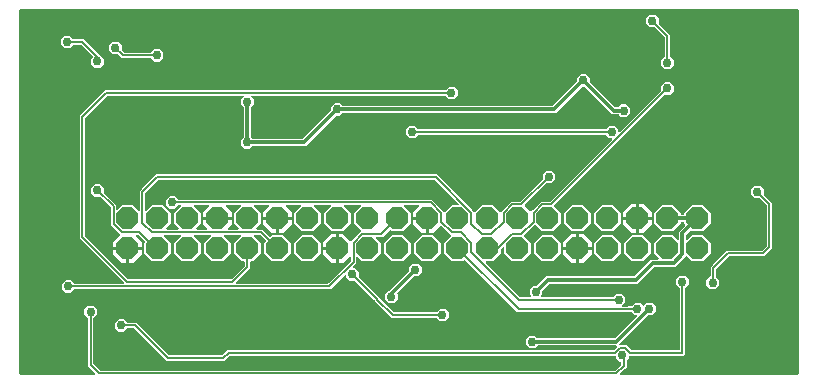
<source format=gbr>
G04 EAGLE Gerber RS-274X export*
G75*
%MOMM*%
%FSLAX34Y34*%
%LPD*%
%INBottom Copper*%
%IPPOS*%
%AMOC8*
5,1,8,0,0,1.08239X$1,22.5*%
G01*
%ADD10P,2.061953X8X202.500000*%
%ADD11C,0.152400*%
%ADD12C,0.756400*%
%ADD13C,0.304800*%

G36*
X73738Y10172D02*
X73738Y10172D01*
X73810Y10174D01*
X73859Y10192D01*
X73910Y10200D01*
X73974Y10234D01*
X74041Y10259D01*
X74082Y10291D01*
X74128Y10316D01*
X74177Y10368D01*
X74233Y10412D01*
X74261Y10456D01*
X74297Y10494D01*
X74327Y10559D01*
X74366Y10619D01*
X74379Y10670D01*
X74401Y10717D01*
X74409Y10788D01*
X74426Y10858D01*
X74422Y10910D01*
X74428Y10961D01*
X74413Y11032D01*
X74407Y11103D01*
X74387Y11151D01*
X74376Y11202D01*
X74339Y11263D01*
X74311Y11329D01*
X74266Y11385D01*
X74249Y11413D01*
X74232Y11428D01*
X74206Y11460D01*
X68043Y17623D01*
X68043Y57967D01*
X68029Y58057D01*
X68021Y58148D01*
X68009Y58177D01*
X68004Y58209D01*
X67961Y58290D01*
X67925Y58374D01*
X67899Y58406D01*
X67888Y58427D01*
X67865Y58449D01*
X67820Y58505D01*
X65023Y61302D01*
X65023Y65698D01*
X68132Y68807D01*
X72528Y68807D01*
X75637Y65698D01*
X75637Y61302D01*
X72840Y58505D01*
X72787Y58431D01*
X72727Y58361D01*
X72715Y58331D01*
X72696Y58305D01*
X72669Y58218D01*
X72635Y58133D01*
X72631Y58092D01*
X72624Y58070D01*
X72625Y58038D01*
X72617Y57967D01*
X72617Y19833D01*
X72631Y19742D01*
X72639Y19652D01*
X72651Y19622D01*
X72656Y19590D01*
X72699Y19509D01*
X72735Y19425D01*
X72761Y19393D01*
X72772Y19372D01*
X72795Y19350D01*
X72840Y19294D01*
X78194Y13940D01*
X78268Y13887D01*
X78338Y13827D01*
X78368Y13815D01*
X78394Y13796D01*
X78481Y13769D01*
X78566Y13735D01*
X78607Y13731D01*
X78629Y13724D01*
X78661Y13725D01*
X78733Y13717D01*
X514357Y13717D01*
X514448Y13731D01*
X514538Y13739D01*
X514568Y13751D01*
X514600Y13756D01*
X514681Y13799D01*
X514765Y13835D01*
X514797Y13861D01*
X514818Y13872D01*
X514840Y13895D01*
X514896Y13940D01*
X519460Y18504D01*
X519513Y18578D01*
X519573Y18648D01*
X519585Y18678D01*
X519604Y18704D01*
X519631Y18791D01*
X519665Y18876D01*
X519669Y18917D01*
X519676Y18939D01*
X519675Y18971D01*
X519683Y19043D01*
X519683Y20602D01*
X519680Y20622D01*
X519682Y20641D01*
X519660Y20743D01*
X519644Y20845D01*
X519634Y20862D01*
X519630Y20882D01*
X519577Y20971D01*
X519528Y21062D01*
X519514Y21076D01*
X519504Y21093D01*
X519425Y21160D01*
X519350Y21232D01*
X519332Y21240D01*
X519317Y21253D01*
X519221Y21292D01*
X519127Y21335D01*
X519107Y21337D01*
X519089Y21345D01*
X518922Y21363D01*
X518502Y21363D01*
X515393Y24472D01*
X515393Y25654D01*
X515390Y25674D01*
X515392Y25693D01*
X515370Y25795D01*
X515354Y25897D01*
X515344Y25914D01*
X515340Y25934D01*
X515287Y26023D01*
X515238Y26114D01*
X515224Y26128D01*
X515214Y26145D01*
X515135Y26212D01*
X515060Y26284D01*
X515042Y26292D01*
X515027Y26305D01*
X514931Y26344D01*
X514837Y26387D01*
X514817Y26389D01*
X514799Y26397D01*
X514632Y26415D01*
X188406Y26415D01*
X188316Y26401D01*
X188225Y26393D01*
X188195Y26381D01*
X188163Y26376D01*
X188083Y26333D01*
X187999Y26297D01*
X187967Y26271D01*
X187946Y26260D01*
X187924Y26237D01*
X187868Y26192D01*
X183801Y22125D01*
X134661Y22125D01*
X107226Y49560D01*
X107152Y49613D01*
X107082Y49673D01*
X107052Y49685D01*
X107026Y49704D01*
X106939Y49731D01*
X106854Y49765D01*
X106813Y49769D01*
X106791Y49776D01*
X106759Y49775D01*
X106687Y49783D01*
X102053Y49783D01*
X101963Y49769D01*
X101872Y49761D01*
X101843Y49749D01*
X101811Y49744D01*
X101730Y49701D01*
X101646Y49665D01*
X101614Y49639D01*
X101593Y49628D01*
X101571Y49605D01*
X101515Y49560D01*
X98718Y46763D01*
X94322Y46763D01*
X91213Y49872D01*
X91213Y54268D01*
X94322Y57377D01*
X98718Y57377D01*
X101515Y54580D01*
X101589Y54527D01*
X101659Y54467D01*
X101689Y54455D01*
X101715Y54436D01*
X101802Y54409D01*
X101887Y54375D01*
X101928Y54371D01*
X101950Y54364D01*
X101982Y54365D01*
X102053Y54357D01*
X108897Y54357D01*
X136332Y26922D01*
X136406Y26869D01*
X136476Y26809D01*
X136506Y26797D01*
X136532Y26778D01*
X136619Y26751D01*
X136704Y26717D01*
X136745Y26713D01*
X136767Y26706D01*
X136799Y26707D01*
X136871Y26699D01*
X181591Y26699D01*
X181681Y26713D01*
X181772Y26721D01*
X181802Y26733D01*
X181834Y26738D01*
X181914Y26781D01*
X181998Y26817D01*
X182030Y26843D01*
X182051Y26854D01*
X182073Y26877D01*
X182129Y26922D01*
X186196Y30989D01*
X512888Y30989D01*
X512978Y31003D01*
X513069Y31011D01*
X513099Y31023D01*
X513131Y31028D01*
X513211Y31071D01*
X513295Y31107D01*
X513327Y31133D01*
X513348Y31144D01*
X513370Y31167D01*
X513426Y31212D01*
X515966Y33752D01*
X516008Y33810D01*
X516058Y33862D01*
X516079Y33909D01*
X516110Y33951D01*
X516131Y34020D01*
X516161Y34085D01*
X516167Y34137D01*
X516182Y34187D01*
X516180Y34258D01*
X516188Y34329D01*
X516177Y34380D01*
X516176Y34432D01*
X516151Y34500D01*
X516136Y34570D01*
X516109Y34615D01*
X516091Y34663D01*
X516047Y34719D01*
X516010Y34781D01*
X515970Y34815D01*
X515938Y34855D01*
X515877Y34894D01*
X515823Y34941D01*
X515775Y34960D01*
X515731Y34988D01*
X515661Y35006D01*
X515595Y35033D01*
X515523Y35041D01*
X515492Y35049D01*
X515469Y35047D01*
X515428Y35051D01*
X449271Y35051D01*
X449181Y35037D01*
X449090Y35029D01*
X449061Y35017D01*
X449029Y35012D01*
X448948Y34969D01*
X448864Y34933D01*
X448832Y34907D01*
X448811Y34896D01*
X448789Y34873D01*
X448733Y34828D01*
X446698Y32793D01*
X442302Y32793D01*
X439193Y35902D01*
X439193Y40298D01*
X442302Y43407D01*
X446698Y43407D01*
X448733Y41372D01*
X448807Y41319D01*
X448877Y41259D01*
X448907Y41247D01*
X448933Y41228D01*
X449020Y41201D01*
X449105Y41167D01*
X449146Y41163D01*
X449168Y41156D01*
X449200Y41157D01*
X449271Y41149D01*
X514042Y41149D01*
X514132Y41163D01*
X514223Y41171D01*
X514253Y41183D01*
X514285Y41188D01*
X514365Y41231D01*
X514449Y41267D01*
X514481Y41293D01*
X514502Y41304D01*
X514524Y41327D01*
X514580Y41372D01*
X532642Y59434D01*
X532684Y59492D01*
X532733Y59544D01*
X532755Y59591D01*
X532786Y59633D01*
X532807Y59702D01*
X532837Y59767D01*
X532843Y59819D01*
X532858Y59869D01*
X532856Y59940D01*
X532864Y60011D01*
X532853Y60062D01*
X532852Y60114D01*
X532827Y60182D01*
X532812Y60252D01*
X532785Y60297D01*
X532767Y60345D01*
X532722Y60401D01*
X532686Y60463D01*
X532646Y60497D01*
X532614Y60537D01*
X532553Y60576D01*
X532499Y60623D01*
X532450Y60642D01*
X532407Y60670D01*
X532337Y60688D01*
X532271Y60715D01*
X532199Y60723D01*
X532168Y60731D01*
X532145Y60729D01*
X532104Y60733D01*
X531202Y60733D01*
X528444Y63491D01*
X528428Y63502D01*
X528416Y63518D01*
X528329Y63574D01*
X528245Y63634D01*
X528226Y63640D01*
X528209Y63651D01*
X528108Y63676D01*
X528010Y63707D01*
X527990Y63706D01*
X527970Y63711D01*
X527867Y63703D01*
X527764Y63700D01*
X527745Y63693D01*
X527725Y63692D01*
X527630Y63652D01*
X527533Y63616D01*
X527517Y63603D01*
X527499Y63596D01*
X527368Y63491D01*
X527150Y63273D01*
X431793Y63273D01*
X387735Y107331D01*
X387719Y107343D01*
X387706Y107359D01*
X387619Y107415D01*
X387535Y107475D01*
X387516Y107481D01*
X387499Y107492D01*
X387399Y107517D01*
X387300Y107547D01*
X387280Y107547D01*
X387261Y107552D01*
X387158Y107544D01*
X387054Y107541D01*
X387035Y107534D01*
X387015Y107533D01*
X386921Y107492D01*
X386823Y107457D01*
X386807Y107444D01*
X386789Y107436D01*
X386658Y107331D01*
X385577Y106250D01*
X376423Y106250D01*
X369950Y112723D01*
X369950Y121877D01*
X375380Y127306D01*
X375391Y127323D01*
X375407Y127335D01*
X375463Y127422D01*
X375523Y127506D01*
X375529Y127525D01*
X375540Y127542D01*
X375565Y127642D01*
X375596Y127741D01*
X375595Y127761D01*
X375600Y127780D01*
X375592Y127883D01*
X375589Y127987D01*
X375582Y128006D01*
X375581Y128026D01*
X375541Y128121D01*
X375505Y128218D01*
X375492Y128234D01*
X375485Y128252D01*
X375380Y128383D01*
X367401Y136361D01*
X367385Y136373D01*
X367373Y136389D01*
X367286Y136445D01*
X367202Y136505D01*
X367183Y136511D01*
X367166Y136522D01*
X367065Y136547D01*
X366967Y136577D01*
X366947Y136577D01*
X366927Y136582D01*
X366824Y136574D01*
X366721Y136571D01*
X366702Y136564D01*
X366682Y136562D01*
X366587Y136522D01*
X366490Y136486D01*
X366474Y136474D01*
X366456Y136466D01*
X366325Y136361D01*
X360598Y130634D01*
X357123Y130634D01*
X357123Y141938D01*
X357120Y141958D01*
X357122Y141977D01*
X357100Y142079D01*
X357083Y142181D01*
X357074Y142198D01*
X357070Y142218D01*
X357017Y142307D01*
X356968Y142398D01*
X356954Y142412D01*
X356944Y142429D01*
X356865Y142496D01*
X356790Y142567D01*
X356772Y142576D01*
X356757Y142589D01*
X356661Y142627D01*
X356567Y142671D01*
X356547Y142673D01*
X356529Y142681D01*
X356362Y142699D01*
X355599Y142699D01*
X355599Y143462D01*
X355596Y143482D01*
X355598Y143501D01*
X355576Y143603D01*
X355559Y143705D01*
X355550Y143722D01*
X355546Y143742D01*
X355493Y143831D01*
X355444Y143922D01*
X355430Y143936D01*
X355420Y143953D01*
X355341Y144020D01*
X355266Y144091D01*
X355248Y144100D01*
X355233Y144113D01*
X355137Y144152D01*
X355043Y144195D01*
X355023Y144197D01*
X355005Y144205D01*
X354838Y144223D01*
X343534Y144223D01*
X343534Y147698D01*
X348460Y152624D01*
X348502Y152682D01*
X348551Y152734D01*
X348573Y152781D01*
X348604Y152823D01*
X348625Y152892D01*
X348655Y152957D01*
X348661Y153009D01*
X348676Y153059D01*
X348674Y153130D01*
X348682Y153201D01*
X348671Y153252D01*
X348670Y153304D01*
X348645Y153372D01*
X348630Y153442D01*
X348603Y153487D01*
X348585Y153535D01*
X348540Y153591D01*
X348504Y153653D01*
X348464Y153687D01*
X348432Y153727D01*
X348371Y153766D01*
X348317Y153813D01*
X348268Y153832D01*
X348225Y153860D01*
X348155Y153878D01*
X348089Y153905D01*
X348017Y153913D01*
X347986Y153921D01*
X347963Y153919D01*
X347922Y153923D01*
X336441Y153923D01*
X336370Y153912D01*
X336299Y153910D01*
X336250Y153892D01*
X336198Y153884D01*
X336135Y153850D01*
X336068Y153825D01*
X336027Y153793D01*
X335981Y153768D01*
X335932Y153716D01*
X335876Y153672D01*
X335848Y153628D01*
X335812Y153590D01*
X335782Y153525D01*
X335743Y153465D01*
X335730Y153414D01*
X335708Y153367D01*
X335700Y153296D01*
X335683Y153226D01*
X335687Y153174D01*
X335681Y153123D01*
X335696Y153052D01*
X335702Y152981D01*
X335722Y152933D01*
X335733Y152882D01*
X335770Y152821D01*
X335798Y152755D01*
X335843Y152699D01*
X335859Y152671D01*
X335877Y152656D01*
X335903Y152624D01*
X341250Y147277D01*
X341250Y138123D01*
X334777Y131650D01*
X325623Y131650D01*
X324542Y132731D01*
X324526Y132743D01*
X324513Y132759D01*
X324426Y132815D01*
X324342Y132875D01*
X324323Y132881D01*
X324306Y132892D01*
X324206Y132917D01*
X324107Y132947D01*
X324087Y132947D01*
X324068Y132952D01*
X323965Y132944D01*
X323861Y132941D01*
X323842Y132934D01*
X323823Y132933D01*
X323728Y132892D01*
X323630Y132857D01*
X323615Y132844D01*
X323596Y132836D01*
X323465Y132731D01*
X317558Y126824D01*
X312740Y126824D01*
X312669Y126813D01*
X312598Y126811D01*
X312549Y126793D01*
X312497Y126785D01*
X312434Y126751D01*
X312367Y126726D01*
X312326Y126694D01*
X312280Y126669D01*
X312231Y126617D01*
X312175Y126573D01*
X312147Y126529D01*
X312111Y126491D01*
X312081Y126426D01*
X312042Y126366D01*
X312029Y126315D01*
X312007Y126268D01*
X311999Y126197D01*
X311982Y126127D01*
X311986Y126075D01*
X311980Y126024D01*
X311995Y125953D01*
X312001Y125882D01*
X312021Y125834D01*
X312032Y125783D01*
X312069Y125722D01*
X312097Y125656D01*
X312142Y125600D01*
X312158Y125572D01*
X312176Y125557D01*
X312202Y125525D01*
X315850Y121877D01*
X315850Y112723D01*
X309377Y106250D01*
X300223Y106250D01*
X296575Y109898D01*
X296517Y109940D01*
X296465Y109989D01*
X296418Y110011D01*
X296376Y110042D01*
X296307Y110063D01*
X296242Y110093D01*
X296190Y110099D01*
X296140Y110114D01*
X296069Y110112D01*
X295998Y110120D01*
X295947Y110109D01*
X295895Y110108D01*
X295827Y110083D01*
X295757Y110068D01*
X295712Y110041D01*
X295664Y110023D01*
X295608Y109978D01*
X295546Y109942D01*
X295512Y109902D01*
X295472Y109869D01*
X295433Y109809D01*
X295386Y109755D01*
X295367Y109706D01*
X295339Y109663D01*
X295321Y109593D01*
X295294Y109527D01*
X295286Y109455D01*
X295278Y109424D01*
X295280Y109401D01*
X295276Y109360D01*
X295276Y104542D01*
X293713Y102979D01*
X292590Y101856D01*
X292548Y101798D01*
X292499Y101746D01*
X292477Y101699D01*
X292447Y101657D01*
X292426Y101588D01*
X292395Y101523D01*
X292390Y101471D01*
X292374Y101421D01*
X292376Y101350D01*
X292368Y101279D01*
X292379Y101228D01*
X292381Y101176D01*
X292405Y101108D01*
X292420Y101038D01*
X292447Y100993D01*
X292465Y100945D01*
X292510Y100889D01*
X292547Y100827D01*
X292586Y100793D01*
X292619Y100753D01*
X292679Y100714D01*
X292734Y100667D01*
X292782Y100648D01*
X292826Y100620D01*
X292895Y100602D01*
X292962Y100575D01*
X293033Y100567D01*
X293064Y100559D01*
X293088Y100561D01*
X293128Y100557D01*
X294298Y100557D01*
X297407Y97448D01*
X297407Y93493D01*
X297421Y93402D01*
X297429Y93312D01*
X297441Y93282D01*
X297446Y93250D01*
X297489Y93169D01*
X297525Y93085D01*
X297551Y93053D01*
X297562Y93032D01*
X297585Y93010D01*
X297630Y92954D01*
X315511Y75073D01*
X315511Y75069D01*
X315519Y74978D01*
X315531Y74949D01*
X315536Y74917D01*
X315579Y74836D01*
X315615Y74752D01*
X315641Y74720D01*
X315652Y74699D01*
X315675Y74677D01*
X315720Y74621D01*
X326871Y63470D01*
X326945Y63417D01*
X327015Y63357D01*
X327045Y63345D01*
X327071Y63326D01*
X327158Y63299D01*
X327243Y63265D01*
X327284Y63261D01*
X327306Y63254D01*
X327338Y63255D01*
X327409Y63247D01*
X362767Y63247D01*
X362857Y63261D01*
X362948Y63269D01*
X362977Y63281D01*
X363009Y63286D01*
X363090Y63329D01*
X363174Y63365D01*
X363206Y63391D01*
X363227Y63402D01*
X363249Y63425D01*
X363305Y63470D01*
X366102Y66267D01*
X370498Y66267D01*
X373607Y63158D01*
X373607Y58762D01*
X370498Y55653D01*
X366102Y55653D01*
X363305Y58450D01*
X363231Y58503D01*
X363161Y58563D01*
X363131Y58575D01*
X363105Y58594D01*
X363018Y58621D01*
X362933Y58655D01*
X362892Y58659D01*
X362870Y58666D01*
X362838Y58665D01*
X362767Y58673D01*
X325200Y58673D01*
X310909Y72964D01*
X310909Y72968D01*
X310901Y73058D01*
X310889Y73088D01*
X310884Y73120D01*
X310841Y73201D01*
X310805Y73285D01*
X310779Y73317D01*
X310768Y73338D01*
X310745Y73360D01*
X310700Y73416D01*
X294396Y89720D01*
X294322Y89773D01*
X294252Y89833D01*
X294222Y89845D01*
X294196Y89864D01*
X294109Y89891D01*
X294024Y89925D01*
X293983Y89929D01*
X293961Y89936D01*
X293929Y89935D01*
X293857Y89943D01*
X289902Y89943D01*
X286793Y93052D01*
X286793Y94222D01*
X286782Y94292D01*
X286780Y94364D01*
X286762Y94413D01*
X286754Y94464D01*
X286720Y94528D01*
X286695Y94595D01*
X286663Y94636D01*
X286638Y94682D01*
X286586Y94731D01*
X286542Y94787D01*
X286498Y94815D01*
X286460Y94851D01*
X286395Y94881D01*
X286335Y94920D01*
X286284Y94933D01*
X286237Y94955D01*
X286166Y94963D01*
X286096Y94980D01*
X286044Y94976D01*
X285993Y94982D01*
X285922Y94967D01*
X285851Y94961D01*
X285803Y94941D01*
X285752Y94930D01*
X285691Y94893D01*
X285625Y94865D01*
X285569Y94820D01*
X285541Y94803D01*
X285526Y94786D01*
X285494Y94760D01*
X273537Y82803D01*
X57123Y82803D01*
X57033Y82789D01*
X56942Y82781D01*
X56913Y82769D01*
X56881Y82764D01*
X56800Y82721D01*
X56716Y82685D01*
X56684Y82659D01*
X56663Y82648D01*
X56641Y82625D01*
X56585Y82580D01*
X53788Y79783D01*
X49392Y79783D01*
X46283Y82892D01*
X46283Y87288D01*
X49392Y90397D01*
X53788Y90397D01*
X56585Y87600D01*
X56659Y87547D01*
X56729Y87487D01*
X56759Y87475D01*
X56785Y87456D01*
X56872Y87429D01*
X56957Y87395D01*
X56998Y87391D01*
X57020Y87384D01*
X57052Y87385D01*
X57123Y87377D01*
X98052Y87377D01*
X98122Y87388D01*
X98194Y87390D01*
X98243Y87408D01*
X98294Y87416D01*
X98358Y87450D01*
X98425Y87475D01*
X98466Y87507D01*
X98512Y87532D01*
X98561Y87583D01*
X98617Y87628D01*
X98645Y87672D01*
X98681Y87710D01*
X98711Y87775D01*
X98750Y87835D01*
X98763Y87886D01*
X98785Y87933D01*
X98793Y88004D01*
X98810Y88074D01*
X98806Y88126D01*
X98812Y88177D01*
X98797Y88248D01*
X98791Y88319D01*
X98771Y88367D01*
X98760Y88418D01*
X98723Y88479D01*
X98695Y88545D01*
X98650Y88601D01*
X98633Y88629D01*
X98616Y88644D01*
X98590Y88676D01*
X62776Y124490D01*
X61213Y126053D01*
X61213Y229547D01*
X82873Y251207D01*
X370387Y251207D01*
X370477Y251221D01*
X370568Y251229D01*
X370597Y251241D01*
X370629Y251246D01*
X370710Y251289D01*
X370794Y251325D01*
X370826Y251351D01*
X370847Y251362D01*
X370869Y251385D01*
X370925Y251430D01*
X373722Y254227D01*
X378118Y254227D01*
X381227Y251118D01*
X381227Y246722D01*
X378118Y243613D01*
X373722Y243613D01*
X370925Y246410D01*
X370851Y246463D01*
X370781Y246523D01*
X370751Y246535D01*
X370725Y246554D01*
X370638Y246581D01*
X370553Y246615D01*
X370512Y246619D01*
X370490Y246626D01*
X370458Y246625D01*
X370387Y246633D01*
X207209Y246633D01*
X207139Y246622D01*
X207067Y246620D01*
X207018Y246602D01*
X206967Y246594D01*
X206903Y246560D01*
X206836Y246535D01*
X206795Y246503D01*
X206749Y246478D01*
X206700Y246426D01*
X206644Y246382D01*
X206616Y246338D01*
X206580Y246300D01*
X206550Y246235D01*
X206511Y246175D01*
X206498Y246124D01*
X206476Y246077D01*
X206468Y246006D01*
X206451Y245936D01*
X206455Y245884D01*
X206449Y245833D01*
X206464Y245762D01*
X206470Y245691D01*
X206490Y245643D01*
X206501Y245592D01*
X206538Y245531D01*
X206566Y245465D01*
X206611Y245409D01*
X206628Y245381D01*
X206645Y245366D01*
X206671Y245334D01*
X208507Y243498D01*
X208507Y239102D01*
X206472Y237067D01*
X206419Y236993D01*
X206359Y236923D01*
X206347Y236893D01*
X206328Y236867D01*
X206301Y236780D01*
X206267Y236695D01*
X206263Y236654D01*
X206256Y236632D01*
X206257Y236600D01*
X206249Y236529D01*
X206249Y211781D01*
X206263Y211692D01*
X206271Y211600D01*
X206283Y211571D01*
X206288Y211539D01*
X206331Y211458D01*
X206367Y211374D01*
X206393Y211342D01*
X206404Y211321D01*
X206427Y211299D01*
X206472Y211243D01*
X207433Y210282D01*
X207507Y210229D01*
X207577Y210169D01*
X207607Y210157D01*
X207633Y210138D01*
X207720Y210111D01*
X207805Y210077D01*
X207846Y210073D01*
X207868Y210066D01*
X207900Y210067D01*
X207971Y210059D01*
X249882Y210059D01*
X249972Y210073D01*
X250063Y210081D01*
X250093Y210093D01*
X250125Y210098D01*
X250205Y210141D01*
X250289Y210177D01*
X250321Y210203D01*
X250342Y210214D01*
X250364Y210237D01*
X250420Y210282D01*
X273870Y233732D01*
X273923Y233806D01*
X273983Y233875D01*
X273995Y233905D01*
X274014Y233932D01*
X274041Y234019D01*
X274075Y234103D01*
X274079Y234144D01*
X274086Y234167D01*
X274085Y234199D01*
X274093Y234270D01*
X274093Y237148D01*
X277202Y240257D01*
X281598Y240257D01*
X283633Y238222D01*
X283707Y238169D01*
X283777Y238109D01*
X283807Y238097D01*
X283833Y238078D01*
X283920Y238051D01*
X284005Y238017D01*
X284046Y238013D01*
X284068Y238006D01*
X284100Y238007D01*
X284171Y237999D01*
X461492Y237999D01*
X461582Y238013D01*
X461673Y238021D01*
X461703Y238033D01*
X461735Y238038D01*
X461815Y238081D01*
X461899Y238117D01*
X461931Y238143D01*
X461952Y238154D01*
X461974Y238177D01*
X462030Y238222D01*
X482150Y258342D01*
X482203Y258416D01*
X482263Y258485D01*
X482275Y258515D01*
X482294Y258542D01*
X482321Y258629D01*
X482355Y258713D01*
X482359Y258754D01*
X482366Y258777D01*
X482365Y258809D01*
X482373Y258880D01*
X482373Y261758D01*
X485482Y264867D01*
X489878Y264867D01*
X492987Y261758D01*
X492987Y258880D01*
X493001Y258790D01*
X493009Y258699D01*
X493021Y258669D01*
X493026Y258637D01*
X493069Y258557D01*
X493105Y258473D01*
X493131Y258441D01*
X493142Y258420D01*
X493165Y258398D01*
X493210Y258342D01*
X514478Y237073D01*
X514552Y237020D01*
X514622Y236961D01*
X514652Y236949D01*
X514678Y236930D01*
X514765Y236903D01*
X514850Y236869D01*
X514891Y236864D01*
X514913Y236857D01*
X514945Y236858D01*
X515017Y236850D01*
X517077Y236850D01*
X517167Y236865D01*
X517258Y236872D01*
X517288Y236885D01*
X517320Y236890D01*
X517400Y236933D01*
X517484Y236968D01*
X517517Y236994D01*
X517537Y237005D01*
X517559Y237028D01*
X517615Y237073D01*
X519650Y239108D01*
X524047Y239108D01*
X527155Y236000D01*
X527155Y231603D01*
X524047Y228495D01*
X519650Y228495D01*
X517615Y230530D01*
X517541Y230583D01*
X517472Y230642D01*
X517442Y230655D01*
X517416Y230673D01*
X517329Y230700D01*
X517244Y230734D01*
X517203Y230739D01*
X517181Y230746D01*
X517148Y230745D01*
X517077Y230753D01*
X512176Y230753D01*
X488898Y254030D01*
X488824Y254083D01*
X488755Y254143D01*
X488725Y254155D01*
X488698Y254174D01*
X488611Y254201D01*
X488527Y254235D01*
X488486Y254239D01*
X488463Y254246D01*
X488431Y254245D01*
X488360Y254253D01*
X487000Y254253D01*
X486910Y254239D01*
X486819Y254231D01*
X486789Y254219D01*
X486757Y254214D01*
X486677Y254171D01*
X486593Y254135D01*
X486561Y254109D01*
X486540Y254098D01*
X486518Y254075D01*
X486462Y254030D01*
X464333Y231901D01*
X284171Y231901D01*
X284081Y231887D01*
X283990Y231879D01*
X283961Y231867D01*
X283929Y231862D01*
X283848Y231819D01*
X283764Y231783D01*
X283732Y231757D01*
X283711Y231746D01*
X283689Y231723D01*
X283633Y231678D01*
X281598Y229643D01*
X278720Y229643D01*
X278630Y229629D01*
X278539Y229621D01*
X278509Y229609D01*
X278477Y229604D01*
X278397Y229561D01*
X278313Y229525D01*
X278281Y229499D01*
X278260Y229488D01*
X278238Y229465D01*
X278182Y229420D01*
X252723Y203961D01*
X207971Y203961D01*
X207881Y203947D01*
X207790Y203939D01*
X207761Y203927D01*
X207729Y203922D01*
X207648Y203879D01*
X207564Y203843D01*
X207532Y203817D01*
X207511Y203806D01*
X207489Y203783D01*
X207433Y203738D01*
X205398Y201703D01*
X201002Y201703D01*
X197893Y204812D01*
X197893Y209208D01*
X199928Y211243D01*
X199981Y211317D01*
X200041Y211387D01*
X200053Y211417D01*
X200072Y211443D01*
X200099Y211530D01*
X200133Y211615D01*
X200137Y211656D01*
X200144Y211678D01*
X200143Y211710D01*
X200151Y211781D01*
X200151Y236529D01*
X200137Y236619D01*
X200129Y236710D01*
X200117Y236739D01*
X200112Y236771D01*
X200069Y236852D01*
X200033Y236936D01*
X200007Y236968D01*
X199996Y236989D01*
X199973Y237011D01*
X199928Y237067D01*
X197893Y239102D01*
X197893Y243498D01*
X199729Y245334D01*
X199771Y245392D01*
X199820Y245444D01*
X199842Y245491D01*
X199872Y245533D01*
X199894Y245602D01*
X199924Y245667D01*
X199929Y245719D01*
X199945Y245769D01*
X199943Y245840D01*
X199951Y245911D01*
X199940Y245962D01*
X199938Y246014D01*
X199914Y246082D01*
X199899Y246152D01*
X199872Y246197D01*
X199854Y246245D01*
X199809Y246301D01*
X199772Y246363D01*
X199733Y246397D01*
X199700Y246437D01*
X199640Y246476D01*
X199585Y246523D01*
X199537Y246542D01*
X199493Y246570D01*
X199424Y246588D01*
X199357Y246615D01*
X199286Y246623D01*
X199255Y246631D01*
X199232Y246629D01*
X199191Y246633D01*
X85083Y246633D01*
X84992Y246619D01*
X84902Y246611D01*
X84872Y246599D01*
X84840Y246594D01*
X84759Y246551D01*
X84675Y246515D01*
X84643Y246489D01*
X84622Y246478D01*
X84600Y246455D01*
X84544Y246410D01*
X66010Y227876D01*
X65957Y227802D01*
X65897Y227732D01*
X65885Y227702D01*
X65866Y227676D01*
X65839Y227589D01*
X65805Y227504D01*
X65801Y227463D01*
X65794Y227441D01*
X65795Y227409D01*
X65787Y227337D01*
X65787Y128262D01*
X65801Y128172D01*
X65809Y128081D01*
X65821Y128052D01*
X65826Y128020D01*
X65869Y127939D01*
X65905Y127855D01*
X65931Y127823D01*
X65942Y127802D01*
X65965Y127780D01*
X66010Y127724D01*
X102324Y91410D01*
X102398Y91357D01*
X102468Y91297D01*
X102498Y91285D01*
X102524Y91266D01*
X102611Y91239D01*
X102696Y91205D01*
X102737Y91201D01*
X102759Y91194D01*
X102791Y91195D01*
X102862Y91187D01*
X189237Y91187D01*
X189328Y91201D01*
X189418Y91209D01*
X189448Y91221D01*
X189480Y91226D01*
X189561Y91269D01*
X189645Y91305D01*
X189677Y91331D01*
X189698Y91342D01*
X189720Y91365D01*
X189776Y91410D01*
X200690Y102324D01*
X200743Y102398D01*
X200803Y102468D01*
X200815Y102498D01*
X200834Y102524D01*
X200861Y102611D01*
X200895Y102696D01*
X200899Y102737D01*
X200906Y102759D01*
X200905Y102791D01*
X200913Y102863D01*
X200913Y105489D01*
X200910Y105509D01*
X200912Y105528D01*
X200890Y105630D01*
X200874Y105732D01*
X200864Y105749D01*
X200860Y105769D01*
X200807Y105858D01*
X200758Y105949D01*
X200744Y105963D01*
X200734Y105980D01*
X200655Y106047D01*
X200580Y106119D01*
X200562Y106127D01*
X200547Y106140D01*
X200451Y106179D01*
X200357Y106222D01*
X200337Y106224D01*
X200319Y106232D01*
X200152Y106250D01*
X198623Y106250D01*
X192150Y112723D01*
X192150Y121877D01*
X197576Y127303D01*
X197618Y127361D01*
X197667Y127413D01*
X197689Y127460D01*
X197720Y127502D01*
X197741Y127571D01*
X197771Y127636D01*
X197777Y127688D01*
X197792Y127738D01*
X197790Y127809D01*
X197798Y127880D01*
X197787Y127931D01*
X197786Y127983D01*
X197761Y128051D01*
X197746Y128121D01*
X197719Y128166D01*
X197701Y128214D01*
X197656Y128270D01*
X197620Y128332D01*
X197580Y128366D01*
X197547Y128406D01*
X197487Y128445D01*
X197433Y128492D01*
X197384Y128511D01*
X197341Y128539D01*
X197271Y128557D01*
X197205Y128584D01*
X197133Y128592D01*
X197102Y128600D01*
X197079Y128598D01*
X197038Y128602D01*
X183962Y128602D01*
X183891Y128591D01*
X183820Y128589D01*
X183771Y128571D01*
X183719Y128563D01*
X183656Y128529D01*
X183589Y128504D01*
X183548Y128472D01*
X183502Y128447D01*
X183453Y128395D01*
X183397Y128351D01*
X183369Y128307D01*
X183333Y128269D01*
X183303Y128204D01*
X183264Y128144D01*
X183251Y128093D01*
X183229Y128046D01*
X183221Y127975D01*
X183204Y127905D01*
X183208Y127853D01*
X183202Y127802D01*
X183217Y127731D01*
X183223Y127660D01*
X183243Y127612D01*
X183254Y127561D01*
X183291Y127500D01*
X183319Y127434D01*
X183364Y127378D01*
X183380Y127350D01*
X183398Y127335D01*
X183424Y127303D01*
X188850Y121877D01*
X188850Y112723D01*
X182377Y106250D01*
X173223Y106250D01*
X166750Y112723D01*
X166750Y121877D01*
X172176Y127303D01*
X172218Y127361D01*
X172267Y127413D01*
X172289Y127460D01*
X172320Y127502D01*
X172341Y127571D01*
X172371Y127636D01*
X172377Y127688D01*
X172392Y127738D01*
X172390Y127809D01*
X172398Y127880D01*
X172387Y127931D01*
X172386Y127983D01*
X172361Y128051D01*
X172346Y128121D01*
X172319Y128166D01*
X172301Y128214D01*
X172256Y128270D01*
X172220Y128332D01*
X172180Y128366D01*
X172147Y128406D01*
X172087Y128445D01*
X172033Y128492D01*
X171984Y128511D01*
X171941Y128539D01*
X171871Y128557D01*
X171805Y128584D01*
X171733Y128592D01*
X171702Y128600D01*
X171679Y128598D01*
X171638Y128602D01*
X158562Y128602D01*
X158491Y128591D01*
X158420Y128589D01*
X158371Y128571D01*
X158319Y128563D01*
X158256Y128529D01*
X158189Y128504D01*
X158148Y128472D01*
X158102Y128447D01*
X158053Y128395D01*
X157997Y128351D01*
X157969Y128307D01*
X157933Y128269D01*
X157903Y128204D01*
X157864Y128144D01*
X157851Y128093D01*
X157829Y128046D01*
X157821Y127975D01*
X157804Y127905D01*
X157808Y127853D01*
X157802Y127802D01*
X157817Y127731D01*
X157823Y127660D01*
X157843Y127612D01*
X157854Y127561D01*
X157891Y127500D01*
X157919Y127434D01*
X157964Y127378D01*
X157980Y127350D01*
X157998Y127335D01*
X158024Y127303D01*
X163450Y121877D01*
X163450Y112723D01*
X156977Y106250D01*
X147823Y106250D01*
X141350Y112723D01*
X141350Y121877D01*
X146776Y127303D01*
X146818Y127361D01*
X146867Y127413D01*
X146889Y127460D01*
X146920Y127502D01*
X146941Y127571D01*
X146971Y127636D01*
X146977Y127688D01*
X146992Y127738D01*
X146990Y127809D01*
X146998Y127880D01*
X146987Y127931D01*
X146986Y127983D01*
X146961Y128051D01*
X146946Y128121D01*
X146919Y128166D01*
X146901Y128214D01*
X146856Y128270D01*
X146820Y128332D01*
X146780Y128366D01*
X146747Y128406D01*
X146687Y128445D01*
X146633Y128492D01*
X146584Y128511D01*
X146541Y128539D01*
X146471Y128557D01*
X146405Y128584D01*
X146333Y128592D01*
X146302Y128600D01*
X146279Y128598D01*
X146238Y128602D01*
X133162Y128602D01*
X133091Y128591D01*
X133020Y128589D01*
X132971Y128571D01*
X132919Y128563D01*
X132856Y128529D01*
X132789Y128504D01*
X132748Y128472D01*
X132702Y128447D01*
X132653Y128395D01*
X132597Y128351D01*
X132569Y128307D01*
X132533Y128269D01*
X132503Y128204D01*
X132464Y128144D01*
X132451Y128093D01*
X132429Y128046D01*
X132421Y127975D01*
X132404Y127905D01*
X132408Y127853D01*
X132402Y127802D01*
X132417Y127731D01*
X132423Y127660D01*
X132443Y127612D01*
X132454Y127561D01*
X132491Y127500D01*
X132519Y127434D01*
X132564Y127378D01*
X132580Y127350D01*
X132598Y127335D01*
X132624Y127303D01*
X138050Y121877D01*
X138050Y112723D01*
X131577Y106250D01*
X122423Y106250D01*
X115950Y112723D01*
X115950Y121877D01*
X116166Y122093D01*
X116178Y122109D01*
X116194Y122122D01*
X116250Y122209D01*
X116310Y122293D01*
X116316Y122312D01*
X116327Y122329D01*
X116352Y122429D01*
X116382Y122528D01*
X116382Y122548D01*
X116387Y122567D01*
X116379Y122670D01*
X116376Y122774D01*
X116369Y122793D01*
X116368Y122812D01*
X116327Y122907D01*
X116292Y123005D01*
X116279Y123020D01*
X116271Y123039D01*
X116166Y123170D01*
X110957Y128379D01*
X110883Y128432D01*
X110813Y128492D01*
X110783Y128504D01*
X110757Y128523D01*
X110670Y128550D01*
X110585Y128584D01*
X110544Y128588D01*
X110522Y128595D01*
X110490Y128594D01*
X110418Y128602D01*
X109199Y128602D01*
X109128Y128591D01*
X109057Y128589D01*
X109008Y128571D01*
X108956Y128563D01*
X108893Y128529D01*
X108826Y128504D01*
X108785Y128472D01*
X108739Y128447D01*
X108690Y128395D01*
X108634Y128351D01*
X108605Y128307D01*
X108570Y128269D01*
X108539Y128204D01*
X108501Y128144D01*
X108488Y128093D01*
X108466Y128046D01*
X108458Y127975D01*
X108441Y127905D01*
X108445Y127853D01*
X108439Y127802D01*
X108454Y127731D01*
X108460Y127660D01*
X108480Y127612D01*
X108491Y127561D01*
X108528Y127500D01*
X108556Y127434D01*
X108601Y127378D01*
X108617Y127350D01*
X108635Y127335D01*
X108661Y127303D01*
X113666Y122298D01*
X113666Y118823D01*
X102362Y118823D01*
X102342Y118820D01*
X102323Y118822D01*
X102221Y118800D01*
X102119Y118783D01*
X102102Y118774D01*
X102082Y118770D01*
X101993Y118717D01*
X101902Y118668D01*
X101888Y118654D01*
X101871Y118644D01*
X101804Y118565D01*
X101733Y118490D01*
X101724Y118472D01*
X101711Y118457D01*
X101673Y118361D01*
X101629Y118267D01*
X101627Y118247D01*
X101619Y118229D01*
X101601Y118062D01*
X101601Y117299D01*
X101599Y117299D01*
X101599Y118062D01*
X101596Y118082D01*
X101598Y118101D01*
X101576Y118203D01*
X101559Y118305D01*
X101550Y118322D01*
X101546Y118342D01*
X101493Y118431D01*
X101444Y118522D01*
X101430Y118536D01*
X101420Y118553D01*
X101341Y118620D01*
X101266Y118691D01*
X101248Y118700D01*
X101233Y118713D01*
X101137Y118752D01*
X101043Y118795D01*
X101023Y118797D01*
X101005Y118805D01*
X100838Y118823D01*
X89534Y118823D01*
X89534Y122298D01*
X95261Y128025D01*
X95273Y128041D01*
X95289Y128053D01*
X95345Y128141D01*
X95405Y128225D01*
X95411Y128244D01*
X95422Y128260D01*
X95447Y128361D01*
X95477Y128460D01*
X95477Y128480D01*
X95482Y128499D01*
X95474Y128602D01*
X95471Y128706D01*
X95464Y128724D01*
X95462Y128744D01*
X95422Y128839D01*
X95386Y128937D01*
X95374Y128952D01*
X95366Y128970D01*
X95261Y129101D01*
X94198Y130165D01*
X87502Y136860D01*
X87502Y151518D01*
X87488Y151609D01*
X87480Y151699D01*
X87468Y151729D01*
X87463Y151761D01*
X87420Y151842D01*
X87384Y151926D01*
X87358Y151958D01*
X87347Y151979D01*
X87324Y152001D01*
X87279Y152057D01*
X78496Y160840D01*
X78422Y160893D01*
X78352Y160953D01*
X78322Y160965D01*
X78296Y160984D01*
X78209Y161011D01*
X78124Y161045D01*
X78083Y161049D01*
X78061Y161056D01*
X78029Y161055D01*
X77957Y161063D01*
X74002Y161063D01*
X70893Y164172D01*
X70893Y168568D01*
X74002Y171677D01*
X78398Y171677D01*
X81507Y168568D01*
X81507Y164613D01*
X81521Y164522D01*
X81529Y164432D01*
X81541Y164402D01*
X81546Y164370D01*
X81589Y164289D01*
X81625Y164205D01*
X81651Y164173D01*
X81662Y164152D01*
X81685Y164130D01*
X81730Y164074D01*
X92076Y153728D01*
X92076Y150640D01*
X92087Y150569D01*
X92089Y150498D01*
X92107Y150449D01*
X92115Y150397D01*
X92149Y150334D01*
X92174Y150267D01*
X92206Y150226D01*
X92231Y150180D01*
X92283Y150131D01*
X92327Y150075D01*
X92371Y150047D01*
X92409Y150011D01*
X92474Y149981D01*
X92534Y149942D01*
X92585Y149929D01*
X92632Y149907D01*
X92703Y149899D01*
X92773Y149882D01*
X92825Y149886D01*
X92876Y149880D01*
X92947Y149895D01*
X93018Y149901D01*
X93066Y149921D01*
X93117Y149932D01*
X93178Y149969D01*
X93244Y149997D01*
X93300Y150042D01*
X93328Y150058D01*
X93343Y150076D01*
X93375Y150102D01*
X97023Y153750D01*
X106177Y153750D01*
X110714Y149213D01*
X110772Y149171D01*
X110824Y149122D01*
X110871Y149100D01*
X110913Y149069D01*
X110982Y149048D01*
X111047Y149018D01*
X111099Y149012D01*
X111149Y148997D01*
X111220Y148999D01*
X111291Y148991D01*
X111342Y149002D01*
X111394Y149003D01*
X111462Y149028D01*
X111532Y149043D01*
X111577Y149070D01*
X111625Y149088D01*
X111681Y149133D01*
X111743Y149169D01*
X111777Y149209D01*
X111817Y149242D01*
X111856Y149302D01*
X111903Y149356D01*
X111922Y149405D01*
X111950Y149448D01*
X111968Y149518D01*
X111995Y149584D01*
X112003Y149656D01*
X112011Y149687D01*
X112009Y149710D01*
X112013Y149751D01*
X112013Y166047D01*
X113576Y167610D01*
X126053Y180087D01*
X363551Y180087D01*
X393535Y150102D01*
X395317Y148320D01*
X395333Y148309D01*
X395346Y148293D01*
X395433Y148237D01*
X395517Y148177D01*
X395536Y148171D01*
X395553Y148160D01*
X395653Y148135D01*
X395752Y148104D01*
X395772Y148105D01*
X395791Y148100D01*
X395894Y148108D01*
X395998Y148111D01*
X396017Y148118D01*
X396036Y148119D01*
X396131Y148159D01*
X396229Y148195D01*
X396244Y148208D01*
X396263Y148215D01*
X396394Y148320D01*
X401823Y153750D01*
X410977Y153750D01*
X416406Y148320D01*
X416423Y148309D01*
X416435Y148293D01*
X416522Y148237D01*
X416606Y148177D01*
X416625Y148171D01*
X416642Y148160D01*
X416742Y148135D01*
X416841Y148104D01*
X416861Y148105D01*
X416880Y148100D01*
X416983Y148108D01*
X417087Y148111D01*
X417106Y148118D01*
X417126Y148119D01*
X417221Y148159D01*
X417318Y148195D01*
X417334Y148208D01*
X417352Y148215D01*
X417483Y148320D01*
X425960Y156798D01*
X433918Y156798D01*
X434009Y156812D01*
X434099Y156820D01*
X434129Y156832D01*
X434161Y156837D01*
X434242Y156880D01*
X434326Y156916D01*
X434358Y156942D01*
X434379Y156953D01*
X434401Y156976D01*
X434457Y157021D01*
X452940Y175504D01*
X452993Y175578D01*
X453053Y175648D01*
X453065Y175678D01*
X453084Y175704D01*
X453111Y175791D01*
X453145Y175876D01*
X453149Y175917D01*
X453156Y175939D01*
X453155Y175971D01*
X453163Y176043D01*
X453163Y179998D01*
X456272Y183107D01*
X460668Y183107D01*
X463777Y179998D01*
X463777Y175602D01*
X460668Y172493D01*
X456713Y172493D01*
X456622Y172479D01*
X456532Y172471D01*
X456502Y172459D01*
X456470Y172454D01*
X456389Y172411D01*
X456305Y172375D01*
X456273Y172349D01*
X456252Y172338D01*
X456230Y172315D01*
X456174Y172270D01*
X438272Y154368D01*
X438260Y154352D01*
X438245Y154339D01*
X438189Y154252D01*
X438128Y154168D01*
X438123Y154149D01*
X438112Y154133D01*
X438086Y154032D01*
X438056Y153933D01*
X438057Y153913D01*
X438052Y153894D01*
X438060Y153791D01*
X438062Y153687D01*
X438069Y153669D01*
X438071Y153649D01*
X438111Y153554D01*
X438147Y153456D01*
X438159Y153441D01*
X438167Y153422D01*
X438272Y153292D01*
X442525Y149039D01*
X442541Y149027D01*
X442553Y149011D01*
X442641Y148955D01*
X442725Y148895D01*
X442744Y148889D01*
X442760Y148878D01*
X442861Y148853D01*
X442960Y148823D01*
X442980Y148823D01*
X442999Y148818D01*
X443102Y148826D01*
X443206Y148829D01*
X443224Y148836D01*
X443244Y148838D01*
X443339Y148878D01*
X443437Y148914D01*
X443452Y148926D01*
X443470Y148934D01*
X443601Y149039D01*
X444665Y150102D01*
X451360Y156798D01*
X459319Y156798D01*
X459409Y156812D01*
X459500Y156820D01*
X459529Y156832D01*
X459561Y156837D01*
X459642Y156880D01*
X459726Y156916D01*
X459758Y156942D01*
X459779Y156953D01*
X459801Y156976D01*
X459857Y157021D01*
X512130Y209294D01*
X512172Y209352D01*
X512221Y209404D01*
X512243Y209451D01*
X512273Y209493D01*
X512294Y209562D01*
X512325Y209627D01*
X512330Y209679D01*
X512346Y209729D01*
X512344Y209800D01*
X512352Y209871D01*
X512341Y209922D01*
X512339Y209974D01*
X512315Y210042D01*
X512300Y210112D01*
X512273Y210156D01*
X512255Y210205D01*
X512210Y210261D01*
X512173Y210323D01*
X512134Y210357D01*
X512101Y210397D01*
X512041Y210436D01*
X511986Y210483D01*
X511938Y210502D01*
X511894Y210530D01*
X511825Y210548D01*
X511758Y210575D01*
X511687Y210583D01*
X511656Y210591D01*
X511632Y210589D01*
X511592Y210593D01*
X509612Y210593D01*
X506815Y213390D01*
X506741Y213443D01*
X506671Y213503D01*
X506641Y213515D01*
X506615Y213534D01*
X506528Y213561D01*
X506443Y213595D01*
X506402Y213599D01*
X506380Y213606D01*
X506348Y213605D01*
X506277Y213613D01*
X348433Y213613D01*
X348343Y213599D01*
X348252Y213591D01*
X348223Y213579D01*
X348191Y213574D01*
X348110Y213531D01*
X348026Y213495D01*
X347994Y213469D01*
X347973Y213458D01*
X347951Y213435D01*
X347895Y213390D01*
X345098Y210593D01*
X340702Y210593D01*
X337593Y213702D01*
X337593Y218098D01*
X340702Y221207D01*
X345098Y221207D01*
X347895Y218410D01*
X347969Y218357D01*
X348039Y218297D01*
X348069Y218285D01*
X348095Y218266D01*
X348182Y218239D01*
X348267Y218205D01*
X348308Y218201D01*
X348330Y218194D01*
X348362Y218195D01*
X348433Y218187D01*
X506277Y218187D01*
X506367Y218201D01*
X506458Y218209D01*
X506487Y218221D01*
X506519Y218226D01*
X506600Y218269D01*
X506684Y218305D01*
X506716Y218331D01*
X506737Y218342D01*
X506759Y218365D01*
X506815Y218410D01*
X509612Y221207D01*
X514008Y221207D01*
X517117Y218098D01*
X517117Y216118D01*
X517128Y216048D01*
X517130Y215976D01*
X517148Y215927D01*
X517156Y215876D01*
X517190Y215812D01*
X517215Y215745D01*
X517247Y215704D01*
X517272Y215658D01*
X517324Y215609D01*
X517368Y215553D01*
X517412Y215525D01*
X517450Y215489D01*
X517515Y215459D01*
X517575Y215420D01*
X517626Y215407D01*
X517673Y215385D01*
X517744Y215377D01*
X517814Y215360D01*
X517866Y215364D01*
X517917Y215358D01*
X517988Y215373D01*
X518059Y215379D01*
X518107Y215399D01*
X518158Y215410D01*
X518219Y215447D01*
X518285Y215475D01*
X518341Y215520D01*
X518369Y215537D01*
X518384Y215554D01*
X518416Y215580D01*
X553270Y250434D01*
X553323Y250508D01*
X553383Y250578D01*
X553395Y250608D01*
X553414Y250634D01*
X553441Y250721D01*
X553475Y250806D01*
X553479Y250847D01*
X553486Y250869D01*
X553485Y250901D01*
X553493Y250973D01*
X553493Y254928D01*
X556602Y258037D01*
X560998Y258037D01*
X564107Y254928D01*
X564107Y250532D01*
X560998Y247423D01*
X557043Y247423D01*
X556952Y247409D01*
X556862Y247401D01*
X556832Y247389D01*
X556800Y247384D01*
X556719Y247341D01*
X556635Y247305D01*
X556603Y247279D01*
X556582Y247268D01*
X556560Y247245D01*
X556504Y247200D01*
X463091Y153787D01*
X462954Y153650D01*
X462942Y153634D01*
X462926Y153621D01*
X462870Y153534D01*
X462810Y153450D01*
X462804Y153431D01*
X462793Y153414D01*
X462768Y153314D01*
X462738Y153215D01*
X462738Y153195D01*
X462733Y153176D01*
X462741Y153073D01*
X462744Y152969D01*
X462751Y152950D01*
X462752Y152930D01*
X462793Y152835D01*
X462828Y152738D01*
X462841Y152722D01*
X462849Y152704D01*
X462954Y152573D01*
X468250Y147277D01*
X468250Y138123D01*
X461777Y131650D01*
X452623Y131650D01*
X447327Y136946D01*
X447311Y136958D01*
X447298Y136974D01*
X447211Y137030D01*
X447127Y137090D01*
X447108Y137096D01*
X447091Y137107D01*
X446991Y137132D01*
X446892Y137162D01*
X446872Y137162D01*
X446853Y137167D01*
X446750Y137159D01*
X446646Y137156D01*
X446627Y137149D01*
X446608Y137148D01*
X446513Y137107D01*
X446415Y137072D01*
X446400Y137059D01*
X446381Y137051D01*
X446250Y136946D01*
X437691Y128387D01*
X437554Y128250D01*
X437542Y128234D01*
X437526Y128221D01*
X437470Y128134D01*
X437410Y128050D01*
X437404Y128031D01*
X437393Y128014D01*
X437368Y127914D01*
X437338Y127815D01*
X437338Y127795D01*
X437333Y127776D01*
X437341Y127673D01*
X437344Y127569D01*
X437351Y127550D01*
X437352Y127530D01*
X437393Y127435D01*
X437428Y127338D01*
X437441Y127322D01*
X437449Y127304D01*
X437554Y127173D01*
X442850Y121877D01*
X442850Y112723D01*
X436377Y106250D01*
X427223Y106250D01*
X420750Y112723D01*
X420750Y117882D01*
X420739Y117953D01*
X420737Y118024D01*
X420719Y118073D01*
X420711Y118125D01*
X420677Y118188D01*
X420652Y118255D01*
X420620Y118296D01*
X420595Y118342D01*
X420544Y118391D01*
X420499Y118447D01*
X420455Y118476D01*
X420417Y118511D01*
X420352Y118542D01*
X420292Y118580D01*
X420241Y118593D01*
X420194Y118615D01*
X420123Y118623D01*
X420053Y118640D01*
X420001Y118636D01*
X419950Y118642D01*
X419879Y118627D01*
X419808Y118621D01*
X419760Y118601D01*
X419709Y118590D01*
X419648Y118553D01*
X419582Y118525D01*
X419526Y118480D01*
X419498Y118464D01*
X419483Y118446D01*
X419451Y118420D01*
X417673Y116642D01*
X417620Y116568D01*
X417560Y116499D01*
X417548Y116469D01*
X417529Y116442D01*
X417502Y116355D01*
X417468Y116271D01*
X417464Y116230D01*
X417457Y116207D01*
X417458Y116175D01*
X417450Y116104D01*
X417450Y112723D01*
X410977Y106250D01*
X405818Y106250D01*
X405747Y106239D01*
X405676Y106237D01*
X405627Y106219D01*
X405575Y106211D01*
X405512Y106177D01*
X405445Y106152D01*
X405404Y106120D01*
X405358Y106095D01*
X405309Y106043D01*
X405253Y105999D01*
X405224Y105955D01*
X405189Y105917D01*
X405158Y105852D01*
X405120Y105792D01*
X405107Y105741D01*
X405085Y105694D01*
X405077Y105623D01*
X405060Y105553D01*
X405064Y105501D01*
X405058Y105450D01*
X405073Y105379D01*
X405079Y105308D01*
X405099Y105260D01*
X405110Y105209D01*
X405147Y105148D01*
X405175Y105082D01*
X405220Y105026D01*
X405236Y104998D01*
X405254Y104983D01*
X405280Y104951D01*
X434061Y76170D01*
X434135Y76117D01*
X434204Y76057D01*
X434234Y76045D01*
X434261Y76026D01*
X434348Y75999D01*
X434432Y75965D01*
X434473Y75961D01*
X434496Y75954D01*
X434528Y75955D01*
X434599Y75947D01*
X442788Y75947D01*
X442858Y75958D01*
X442930Y75960D01*
X442979Y75978D01*
X443030Y75986D01*
X443094Y76020D01*
X443161Y76045D01*
X443202Y76077D01*
X443248Y76102D01*
X443297Y76154D01*
X443353Y76198D01*
X443381Y76242D01*
X443417Y76280D01*
X443447Y76345D01*
X443486Y76405D01*
X443499Y76456D01*
X443521Y76503D01*
X443529Y76574D01*
X443546Y76644D01*
X443542Y76696D01*
X443548Y76747D01*
X443533Y76818D01*
X443527Y76889D01*
X443507Y76937D01*
X443496Y76988D01*
X443459Y77049D01*
X443431Y77115D01*
X443386Y77171D01*
X443369Y77199D01*
X443352Y77214D01*
X443326Y77246D01*
X442280Y78292D01*
X442280Y82688D01*
X445389Y85797D01*
X448267Y85797D01*
X448357Y85811D01*
X448448Y85819D01*
X448478Y85831D01*
X448510Y85836D01*
X448590Y85879D01*
X448674Y85915D01*
X448706Y85941D01*
X448727Y85952D01*
X448749Y85975D01*
X448805Y86020D01*
X456234Y93449D01*
X530322Y93449D01*
X530412Y93463D01*
X530503Y93471D01*
X530533Y93483D01*
X530565Y93488D01*
X530645Y93531D01*
X530729Y93567D01*
X530761Y93593D01*
X530782Y93604D01*
X530804Y93627D01*
X530860Y93672D01*
X544964Y107776D01*
X550860Y107776D01*
X550931Y107787D01*
X551002Y107789D01*
X551051Y107807D01*
X551103Y107815D01*
X551166Y107849D01*
X551233Y107874D01*
X551274Y107906D01*
X551320Y107931D01*
X551369Y107983D01*
X551425Y108027D01*
X551453Y108071D01*
X551489Y108109D01*
X551519Y108174D01*
X551558Y108234D01*
X551571Y108285D01*
X551593Y108332D01*
X551601Y108403D01*
X551618Y108473D01*
X551614Y108525D01*
X551620Y108576D01*
X551605Y108647D01*
X551599Y108718D01*
X551579Y108766D01*
X551568Y108817D01*
X551531Y108878D01*
X551503Y108944D01*
X551458Y109000D01*
X551442Y109028D01*
X551424Y109043D01*
X551398Y109075D01*
X547750Y112723D01*
X547750Y121877D01*
X554223Y128350D01*
X563377Y128350D01*
X567025Y124702D01*
X567083Y124660D01*
X567135Y124611D01*
X567182Y124589D01*
X567224Y124558D01*
X567293Y124537D01*
X567358Y124507D01*
X567410Y124501D01*
X567460Y124486D01*
X567531Y124488D01*
X567602Y124480D01*
X567653Y124491D01*
X567705Y124492D01*
X567773Y124517D01*
X567843Y124532D01*
X567888Y124559D01*
X567936Y124577D01*
X567992Y124622D01*
X568054Y124658D01*
X568088Y124698D01*
X568128Y124731D01*
X568167Y124791D01*
X568214Y124845D01*
X568233Y124894D01*
X568261Y124937D01*
X568279Y125007D01*
X568306Y125073D01*
X568314Y125145D01*
X568322Y125176D01*
X568320Y125199D01*
X568324Y125240D01*
X568324Y131136D01*
X570333Y133145D01*
X573693Y136504D01*
X573704Y136520D01*
X573720Y136533D01*
X573776Y136620D01*
X573836Y136704D01*
X573842Y136723D01*
X573853Y136740D01*
X573878Y136840D01*
X573909Y136939D01*
X573908Y136959D01*
X573913Y136978D01*
X573905Y137081D01*
X573902Y137185D01*
X573895Y137204D01*
X573894Y137223D01*
X573853Y137318D01*
X573818Y137416D01*
X573805Y137432D01*
X573797Y137450D01*
X573693Y137581D01*
X573150Y138123D01*
X573150Y138890D01*
X573147Y138910D01*
X573149Y138929D01*
X573127Y139031D01*
X573111Y139133D01*
X573101Y139150D01*
X573097Y139170D01*
X573044Y139259D01*
X572995Y139350D01*
X572981Y139364D01*
X572971Y139381D01*
X572892Y139448D01*
X572817Y139520D01*
X572799Y139528D01*
X572784Y139541D01*
X572688Y139580D01*
X572594Y139623D01*
X572574Y139625D01*
X572556Y139633D01*
X572389Y139651D01*
X570611Y139651D01*
X570591Y139648D01*
X570572Y139650D01*
X570470Y139628D01*
X570368Y139612D01*
X570351Y139602D01*
X570331Y139598D01*
X570242Y139545D01*
X570151Y139496D01*
X570137Y139482D01*
X570120Y139472D01*
X570053Y139393D01*
X569981Y139318D01*
X569973Y139300D01*
X569960Y139285D01*
X569921Y139189D01*
X569878Y139095D01*
X569876Y139075D01*
X569868Y139057D01*
X569850Y138890D01*
X569850Y138123D01*
X563377Y131650D01*
X554223Y131650D01*
X547750Y138123D01*
X547750Y147277D01*
X554223Y153750D01*
X563377Y153750D01*
X569850Y147277D01*
X569850Y146510D01*
X569853Y146490D01*
X569851Y146471D01*
X569873Y146369D01*
X569889Y146267D01*
X569899Y146250D01*
X569903Y146230D01*
X569956Y146141D01*
X570005Y146050D01*
X570019Y146036D01*
X570029Y146019D01*
X570108Y145952D01*
X570183Y145880D01*
X570201Y145872D01*
X570216Y145859D01*
X570312Y145820D01*
X570406Y145777D01*
X570426Y145775D01*
X570444Y145767D01*
X570611Y145749D01*
X572389Y145749D01*
X572409Y145752D01*
X572428Y145750D01*
X572530Y145772D01*
X572632Y145788D01*
X572649Y145798D01*
X572669Y145802D01*
X572758Y145855D01*
X572849Y145904D01*
X572863Y145918D01*
X572880Y145928D01*
X572947Y146007D01*
X573019Y146082D01*
X573027Y146100D01*
X573040Y146115D01*
X573079Y146211D01*
X573122Y146305D01*
X573124Y146325D01*
X573132Y146343D01*
X573150Y146510D01*
X573150Y147277D01*
X579623Y153750D01*
X588777Y153750D01*
X595250Y147277D01*
X595250Y138123D01*
X588777Y131650D01*
X579623Y131650D01*
X579081Y132193D01*
X579065Y132204D01*
X579052Y132220D01*
X578965Y132276D01*
X578881Y132336D01*
X578862Y132342D01*
X578845Y132353D01*
X578745Y132378D01*
X578646Y132409D01*
X578626Y132408D01*
X578607Y132413D01*
X578504Y132405D01*
X578400Y132402D01*
X578381Y132395D01*
X578361Y132394D01*
X578267Y132353D01*
X578169Y132318D01*
X578153Y132305D01*
X578135Y132297D01*
X578004Y132193D01*
X574645Y128833D01*
X574592Y128759D01*
X574532Y128690D01*
X574520Y128660D01*
X574501Y128633D01*
X574474Y128546D01*
X574440Y128462D01*
X574436Y128421D01*
X574429Y128398D01*
X574430Y128366D01*
X574422Y128295D01*
X574422Y124986D01*
X574433Y124915D01*
X574435Y124844D01*
X574453Y124795D01*
X574461Y124743D01*
X574495Y124680D01*
X574520Y124613D01*
X574552Y124572D01*
X574577Y124526D01*
X574629Y124477D01*
X574673Y124421D01*
X574717Y124393D01*
X574755Y124357D01*
X574820Y124327D01*
X574880Y124288D01*
X574931Y124275D01*
X574978Y124253D01*
X575049Y124245D01*
X575119Y124228D01*
X575171Y124232D01*
X575222Y124226D01*
X575293Y124241D01*
X575364Y124247D01*
X575412Y124267D01*
X575463Y124278D01*
X575524Y124315D01*
X575590Y124343D01*
X575646Y124388D01*
X575674Y124404D01*
X575689Y124422D01*
X575721Y124448D01*
X579623Y128350D01*
X588777Y128350D01*
X595250Y121877D01*
X595250Y112723D01*
X588777Y106250D01*
X579623Y106250D01*
X575271Y110602D01*
X575255Y110614D01*
X575243Y110629D01*
X575155Y110685D01*
X575071Y110746D01*
X575052Y110752D01*
X575036Y110762D01*
X574935Y110788D01*
X574836Y110818D01*
X574816Y110818D01*
X574797Y110822D01*
X574694Y110814D01*
X574591Y110812D01*
X574572Y110805D01*
X574552Y110803D01*
X574457Y110763D01*
X574359Y110727D01*
X574344Y110715D01*
X574326Y110707D01*
X574195Y110602D01*
X572413Y108820D01*
X565271Y101678D01*
X547805Y101678D01*
X547715Y101664D01*
X547624Y101656D01*
X547594Y101644D01*
X547562Y101639D01*
X547482Y101596D01*
X547398Y101560D01*
X547366Y101534D01*
X547345Y101523D01*
X547323Y101500D01*
X547267Y101455D01*
X533163Y87351D01*
X459075Y87351D01*
X458985Y87337D01*
X458894Y87329D01*
X458864Y87317D01*
X458832Y87312D01*
X458752Y87269D01*
X458668Y87233D01*
X458636Y87207D01*
X458615Y87196D01*
X458593Y87173D01*
X458537Y87128D01*
X453117Y81708D01*
X453064Y81634D01*
X453004Y81565D01*
X452992Y81535D01*
X452973Y81508D01*
X452946Y81421D01*
X452912Y81337D01*
X452908Y81296D01*
X452901Y81273D01*
X452902Y81241D01*
X452894Y81170D01*
X452894Y78292D01*
X451848Y77246D01*
X451806Y77188D01*
X451757Y77136D01*
X451735Y77089D01*
X451705Y77047D01*
X451683Y76978D01*
X451653Y76913D01*
X451647Y76861D01*
X451632Y76811D01*
X451634Y76740D01*
X451626Y76669D01*
X451637Y76618D01*
X451639Y76566D01*
X451663Y76498D01*
X451678Y76428D01*
X451705Y76383D01*
X451723Y76335D01*
X451768Y76279D01*
X451805Y76217D01*
X451844Y76183D01*
X451877Y76143D01*
X451937Y76104D01*
X451991Y76057D01*
X452040Y76038D01*
X452084Y76010D01*
X452153Y75992D01*
X452220Y75965D01*
X452291Y75957D01*
X452322Y75949D01*
X452345Y75951D01*
X452386Y75947D01*
X512017Y75947D01*
X512107Y75961D01*
X512198Y75969D01*
X512227Y75981D01*
X512259Y75986D01*
X512340Y76029D01*
X512424Y76065D01*
X512456Y76091D01*
X512477Y76102D01*
X512499Y76125D01*
X512555Y76170D01*
X515352Y78967D01*
X519748Y78967D01*
X522857Y75858D01*
X522857Y71462D01*
X520541Y69146D01*
X520499Y69088D01*
X520450Y69036D01*
X520428Y68989D01*
X520398Y68947D01*
X520376Y68878D01*
X520346Y68813D01*
X520341Y68761D01*
X520325Y68711D01*
X520327Y68640D01*
X520319Y68569D01*
X520330Y68518D01*
X520332Y68466D01*
X520356Y68398D01*
X520371Y68328D01*
X520398Y68283D01*
X520416Y68235D01*
X520461Y68179D01*
X520498Y68117D01*
X520537Y68083D01*
X520570Y68043D01*
X520630Y68004D01*
X520685Y67957D01*
X520733Y67938D01*
X520777Y67910D01*
X520846Y67892D01*
X520913Y67865D01*
X520984Y67857D01*
X521015Y67849D01*
X521038Y67851D01*
X521079Y67847D01*
X524941Y67847D01*
X525031Y67861D01*
X525122Y67869D01*
X525151Y67881D01*
X525183Y67886D01*
X525264Y67929D01*
X525348Y67965D01*
X525380Y67991D01*
X525401Y68002D01*
X525423Y68025D01*
X525479Y68070D01*
X525736Y68327D01*
X527867Y68327D01*
X527957Y68341D01*
X528048Y68349D01*
X528077Y68361D01*
X528109Y68366D01*
X528190Y68409D01*
X528274Y68445D01*
X528306Y68471D01*
X528327Y68482D01*
X528349Y68505D01*
X528405Y68550D01*
X531202Y71347D01*
X535598Y71347D01*
X537942Y69003D01*
X537958Y68992D01*
X537970Y68976D01*
X538058Y68920D01*
X538141Y68860D01*
X538160Y68854D01*
X538177Y68843D01*
X538278Y68818D01*
X538377Y68787D01*
X538396Y68788D01*
X538416Y68783D01*
X538519Y68791D01*
X538622Y68794D01*
X538641Y68800D01*
X538661Y68802D01*
X538756Y68842D01*
X538853Y68878D01*
X538869Y68891D01*
X538887Y68898D01*
X539018Y69003D01*
X541362Y71347D01*
X545758Y71347D01*
X548867Y68238D01*
X548867Y63842D01*
X545758Y60733D01*
X542880Y60733D01*
X542790Y60719D01*
X542699Y60711D01*
X542669Y60699D01*
X542637Y60694D01*
X542557Y60651D01*
X542473Y60615D01*
X542441Y60589D01*
X542420Y60578D01*
X542398Y60555D01*
X542342Y60510D01*
X518892Y37060D01*
X518156Y36324D01*
X518114Y36266D01*
X518065Y36214D01*
X518043Y36167D01*
X518012Y36125D01*
X517991Y36056D01*
X517961Y35991D01*
X517955Y35939D01*
X517940Y35889D01*
X517942Y35818D01*
X517934Y35747D01*
X517945Y35696D01*
X517946Y35644D01*
X517971Y35576D01*
X517986Y35506D01*
X518013Y35461D01*
X518031Y35413D01*
X518076Y35357D01*
X518112Y35295D01*
X518152Y35261D01*
X518184Y35221D01*
X518245Y35182D01*
X518299Y35135D01*
X518348Y35116D01*
X518391Y35088D01*
X518461Y35070D01*
X518527Y35043D01*
X518599Y35035D01*
X518630Y35027D01*
X518653Y35029D01*
X518694Y35025D01*
X524161Y35025D01*
X527974Y31212D01*
X528048Y31159D01*
X528117Y31099D01*
X528147Y31087D01*
X528173Y31068D01*
X528260Y31041D01*
X528345Y31007D01*
X528386Y31003D01*
X528409Y30996D01*
X528441Y30997D01*
X528512Y30989D01*
X568452Y30989D01*
X568472Y30992D01*
X568491Y30990D01*
X568593Y31012D01*
X568695Y31028D01*
X568712Y31038D01*
X568732Y31042D01*
X568821Y31095D01*
X568912Y31144D01*
X568926Y31158D01*
X568943Y31168D01*
X569010Y31247D01*
X569082Y31322D01*
X569090Y31340D01*
X569103Y31355D01*
X569142Y31451D01*
X569185Y31545D01*
X569187Y31565D01*
X569195Y31583D01*
X569213Y31750D01*
X569213Y83367D01*
X569199Y83457D01*
X569191Y83548D01*
X569179Y83577D01*
X569174Y83609D01*
X569131Y83690D01*
X569095Y83774D01*
X569069Y83806D01*
X569058Y83827D01*
X569035Y83849D01*
X568990Y83905D01*
X566193Y86702D01*
X566193Y91098D01*
X569302Y94207D01*
X573698Y94207D01*
X576807Y91098D01*
X576807Y86702D01*
X574010Y83905D01*
X573957Y83831D01*
X573897Y83761D01*
X573885Y83731D01*
X573866Y83705D01*
X573839Y83618D01*
X573805Y83533D01*
X573801Y83492D01*
X573794Y83470D01*
X573795Y83438D01*
X573787Y83367D01*
X573787Y27755D01*
X572447Y26415D01*
X526768Y26415D01*
X526748Y26412D01*
X526729Y26414D01*
X526627Y26392D01*
X526525Y26376D01*
X526508Y26366D01*
X526488Y26362D01*
X526399Y26309D01*
X526308Y26260D01*
X526294Y26246D01*
X526277Y26236D01*
X526210Y26157D01*
X526138Y26082D01*
X526130Y26064D01*
X526117Y26049D01*
X526078Y25953D01*
X526035Y25859D01*
X526033Y25839D01*
X526025Y25821D01*
X526007Y25654D01*
X526007Y24472D01*
X524480Y22945D01*
X524427Y22871D01*
X524367Y22801D01*
X524355Y22771D01*
X524336Y22745D01*
X524309Y22658D01*
X524275Y22573D01*
X524271Y22532D01*
X524264Y22510D01*
X524265Y22478D01*
X524257Y22407D01*
X524257Y16833D01*
X522694Y15270D01*
X518884Y11460D01*
X518842Y11402D01*
X518793Y11350D01*
X518771Y11303D01*
X518741Y11261D01*
X518720Y11192D01*
X518689Y11127D01*
X518684Y11075D01*
X518668Y11025D01*
X518670Y10954D01*
X518662Y10883D01*
X518673Y10832D01*
X518675Y10780D01*
X518699Y10712D01*
X518714Y10642D01*
X518741Y10597D01*
X518759Y10549D01*
X518804Y10493D01*
X518841Y10431D01*
X518880Y10397D01*
X518913Y10357D01*
X518973Y10318D01*
X519028Y10271D01*
X519076Y10252D01*
X519120Y10224D01*
X519189Y10206D01*
X519256Y10179D01*
X519327Y10171D01*
X519358Y10163D01*
X519382Y10165D01*
X519422Y10161D01*
X669078Y10161D01*
X669098Y10164D01*
X669117Y10162D01*
X669219Y10184D01*
X669321Y10200D01*
X669338Y10210D01*
X669358Y10214D01*
X669447Y10267D01*
X669538Y10316D01*
X669552Y10330D01*
X669569Y10340D01*
X669636Y10419D01*
X669708Y10494D01*
X669716Y10512D01*
X669729Y10527D01*
X669768Y10623D01*
X669811Y10717D01*
X669813Y10737D01*
X669821Y10755D01*
X669839Y10922D01*
X669839Y319078D01*
X669836Y319098D01*
X669838Y319117D01*
X669816Y319219D01*
X669800Y319321D01*
X669790Y319338D01*
X669786Y319358D01*
X669733Y319447D01*
X669684Y319538D01*
X669670Y319552D01*
X669660Y319569D01*
X669581Y319636D01*
X669506Y319708D01*
X669488Y319716D01*
X669473Y319729D01*
X669377Y319768D01*
X669283Y319811D01*
X669263Y319813D01*
X669245Y319821D01*
X669078Y319839D01*
X10922Y319839D01*
X10902Y319836D01*
X10883Y319838D01*
X10781Y319816D01*
X10679Y319800D01*
X10662Y319790D01*
X10642Y319786D01*
X10553Y319733D01*
X10462Y319684D01*
X10448Y319670D01*
X10431Y319660D01*
X10364Y319581D01*
X10292Y319506D01*
X10284Y319488D01*
X10271Y319473D01*
X10232Y319377D01*
X10189Y319283D01*
X10187Y319263D01*
X10179Y319245D01*
X10161Y319078D01*
X10161Y10922D01*
X10164Y10902D01*
X10162Y10883D01*
X10184Y10781D01*
X10200Y10679D01*
X10210Y10662D01*
X10214Y10642D01*
X10267Y10553D01*
X10316Y10462D01*
X10330Y10448D01*
X10340Y10431D01*
X10419Y10364D01*
X10494Y10292D01*
X10512Y10284D01*
X10527Y10271D01*
X10623Y10232D01*
X10717Y10189D01*
X10737Y10187D01*
X10755Y10179D01*
X10922Y10161D01*
X73668Y10161D01*
X73738Y10172D01*
G37*
G36*
X144531Y133187D02*
X144531Y133187D01*
X144602Y133189D01*
X144651Y133207D01*
X144703Y133215D01*
X144766Y133249D01*
X144833Y133274D01*
X144874Y133306D01*
X144920Y133331D01*
X144969Y133383D01*
X145025Y133427D01*
X145053Y133471D01*
X145089Y133509D01*
X145119Y133574D01*
X145158Y133634D01*
X145171Y133685D01*
X145193Y133732D01*
X145201Y133803D01*
X145218Y133873D01*
X145214Y133925D01*
X145220Y133976D01*
X145205Y134047D01*
X145199Y134118D01*
X145179Y134166D01*
X145168Y134217D01*
X145131Y134278D01*
X145103Y134344D01*
X145058Y134400D01*
X145042Y134428D01*
X145024Y134443D01*
X144998Y134475D01*
X141350Y138123D01*
X141350Y147277D01*
X146697Y152624D01*
X146739Y152682D01*
X146788Y152734D01*
X146810Y152781D01*
X146841Y152823D01*
X146862Y152892D01*
X146892Y152957D01*
X146898Y153009D01*
X146913Y153059D01*
X146911Y153130D01*
X146919Y153201D01*
X146908Y153252D01*
X146907Y153304D01*
X146882Y153372D01*
X146867Y153442D01*
X146840Y153487D01*
X146822Y153535D01*
X146777Y153591D01*
X146741Y153653D01*
X146701Y153687D01*
X146668Y153727D01*
X146608Y153766D01*
X146554Y153813D01*
X146505Y153832D01*
X146462Y153860D01*
X146392Y153878D01*
X146326Y153905D01*
X146254Y153913D01*
X146223Y153921D01*
X146200Y153919D01*
X146159Y153923D01*
X145233Y153923D01*
X145143Y153909D01*
X145052Y153901D01*
X145023Y153889D01*
X144991Y153884D01*
X144910Y153841D01*
X144826Y153805D01*
X144794Y153779D01*
X144773Y153768D01*
X144751Y153745D01*
X144695Y153700D01*
X141898Y150903D01*
X137502Y150903D01*
X134393Y154012D01*
X134393Y158408D01*
X137502Y161517D01*
X141898Y161517D01*
X144695Y158720D01*
X144769Y158667D01*
X144839Y158607D01*
X144869Y158595D01*
X144895Y158576D01*
X144982Y158549D01*
X145067Y158515D01*
X145108Y158511D01*
X145130Y158504D01*
X145162Y158505D01*
X145233Y158497D01*
X359741Y158497D01*
X369917Y148320D01*
X369933Y148309D01*
X369946Y148293D01*
X370033Y148237D01*
X370117Y148177D01*
X370136Y148171D01*
X370153Y148160D01*
X370253Y148135D01*
X370352Y148104D01*
X370372Y148105D01*
X370391Y148100D01*
X370494Y148108D01*
X370598Y148111D01*
X370616Y148118D01*
X370636Y148119D01*
X370731Y148159D01*
X370829Y148195D01*
X370844Y148208D01*
X370863Y148215D01*
X370994Y148320D01*
X376423Y153750D01*
X381582Y153750D01*
X381653Y153761D01*
X381724Y153763D01*
X381773Y153781D01*
X381825Y153789D01*
X381888Y153823D01*
X381955Y153848D01*
X381996Y153880D01*
X382042Y153905D01*
X382091Y153956D01*
X382147Y154001D01*
X382176Y154045D01*
X382211Y154083D01*
X382242Y154148D01*
X382280Y154208D01*
X382293Y154259D01*
X382315Y154306D01*
X382323Y154377D01*
X382340Y154447D01*
X382336Y154499D01*
X382342Y154550D01*
X382327Y154621D01*
X382321Y154692D01*
X382301Y154740D01*
X382290Y154791D01*
X382253Y154852D01*
X382225Y154918D01*
X382180Y154974D01*
X382164Y155002D01*
X382146Y155017D01*
X382120Y155049D01*
X361879Y175290D01*
X361805Y175343D01*
X361736Y175403D01*
X361706Y175415D01*
X361679Y175434D01*
X361592Y175461D01*
X361508Y175495D01*
X361467Y175499D01*
X361444Y175506D01*
X361412Y175505D01*
X361341Y175513D01*
X128263Y175513D01*
X128172Y175499D01*
X128082Y175491D01*
X128052Y175479D01*
X128020Y175474D01*
X127939Y175431D01*
X127855Y175395D01*
X127823Y175369D01*
X127802Y175358D01*
X127780Y175335D01*
X127724Y175290D01*
X116810Y164376D01*
X116757Y164302D01*
X116697Y164232D01*
X116685Y164202D01*
X116666Y164176D01*
X116639Y164089D01*
X116605Y164004D01*
X116601Y163963D01*
X116594Y163941D01*
X116595Y163909D01*
X116587Y163838D01*
X116587Y149751D01*
X116598Y149680D01*
X116600Y149609D01*
X116618Y149560D01*
X116626Y149508D01*
X116660Y149445D01*
X116685Y149378D01*
X116717Y149337D01*
X116742Y149291D01*
X116794Y149242D01*
X116838Y149186D01*
X116882Y149158D01*
X116920Y149122D01*
X116985Y149092D01*
X117045Y149053D01*
X117096Y149040D01*
X117143Y149018D01*
X117214Y149010D01*
X117284Y148993D01*
X117336Y148997D01*
X117387Y148991D01*
X117458Y149006D01*
X117529Y149012D01*
X117577Y149032D01*
X117628Y149043D01*
X117689Y149080D01*
X117755Y149108D01*
X117811Y149153D01*
X117839Y149169D01*
X117854Y149187D01*
X117886Y149213D01*
X122423Y153750D01*
X131577Y153750D01*
X138050Y147277D01*
X138050Y138123D01*
X134402Y134475D01*
X134360Y134417D01*
X134311Y134365D01*
X134289Y134318D01*
X134258Y134276D01*
X134237Y134207D01*
X134207Y134142D01*
X134201Y134090D01*
X134186Y134040D01*
X134188Y133969D01*
X134180Y133898D01*
X134191Y133847D01*
X134192Y133795D01*
X134217Y133727D01*
X134232Y133657D01*
X134259Y133612D01*
X134277Y133564D01*
X134322Y133508D01*
X134358Y133446D01*
X134398Y133412D01*
X134431Y133372D01*
X134491Y133333D01*
X134545Y133286D01*
X134594Y133267D01*
X134637Y133239D01*
X134707Y133221D01*
X134773Y133194D01*
X134845Y133186D01*
X134876Y133178D01*
X134899Y133180D01*
X134940Y133176D01*
X144460Y133176D01*
X144531Y133187D01*
G37*
G36*
X271418Y87391D02*
X271418Y87391D01*
X271508Y87399D01*
X271538Y87411D01*
X271570Y87416D01*
X271651Y87459D01*
X271735Y87495D01*
X271767Y87521D01*
X271788Y87532D01*
X271810Y87555D01*
X271866Y87600D01*
X290479Y106213D01*
X290532Y106287D01*
X290592Y106357D01*
X290604Y106387D01*
X290623Y106413D01*
X290650Y106500D01*
X290684Y106585D01*
X290688Y106626D01*
X290695Y106648D01*
X290694Y106680D01*
X290702Y106752D01*
X290702Y109701D01*
X290691Y109772D01*
X290689Y109843D01*
X290671Y109892D01*
X290663Y109944D01*
X290629Y110007D01*
X290604Y110074D01*
X290572Y110115D01*
X290547Y110161D01*
X290495Y110210D01*
X290451Y110266D01*
X290407Y110295D01*
X290369Y110330D01*
X290304Y110361D01*
X290244Y110399D01*
X290193Y110412D01*
X290146Y110434D01*
X290075Y110442D01*
X290005Y110459D01*
X289953Y110455D01*
X289902Y110461D01*
X289831Y110446D01*
X289760Y110440D01*
X289712Y110420D01*
X289661Y110409D01*
X289600Y110372D01*
X289534Y110344D01*
X289478Y110299D01*
X289450Y110283D01*
X289435Y110265D01*
X289403Y110239D01*
X284398Y105234D01*
X280923Y105234D01*
X280923Y116538D01*
X280920Y116558D01*
X280922Y116577D01*
X280900Y116679D01*
X280883Y116781D01*
X280874Y116798D01*
X280870Y116818D01*
X280817Y116907D01*
X280768Y116998D01*
X280754Y117012D01*
X280744Y117029D01*
X280665Y117096D01*
X280590Y117167D01*
X280572Y117176D01*
X280557Y117189D01*
X280461Y117227D01*
X280367Y117271D01*
X280347Y117273D01*
X280329Y117281D01*
X280162Y117299D01*
X279399Y117299D01*
X279399Y117301D01*
X280162Y117301D01*
X280182Y117304D01*
X280201Y117302D01*
X280303Y117324D01*
X280405Y117341D01*
X280422Y117350D01*
X280442Y117354D01*
X280531Y117407D01*
X280622Y117456D01*
X280636Y117470D01*
X280653Y117480D01*
X280720Y117559D01*
X280791Y117634D01*
X280800Y117652D01*
X280813Y117667D01*
X280852Y117763D01*
X280895Y117857D01*
X280897Y117877D01*
X280905Y117895D01*
X280923Y118062D01*
X280923Y129366D01*
X284398Y129366D01*
X290125Y123639D01*
X290141Y123627D01*
X290153Y123611D01*
X290241Y123555D01*
X290325Y123495D01*
X290344Y123489D01*
X290360Y123478D01*
X290461Y123453D01*
X290560Y123423D01*
X290580Y123423D01*
X290599Y123418D01*
X290702Y123426D01*
X290806Y123429D01*
X290824Y123436D01*
X290844Y123438D01*
X290939Y123478D01*
X291037Y123514D01*
X291052Y123526D01*
X291070Y123534D01*
X291201Y123639D01*
X292265Y124702D01*
X299180Y131617D01*
X299191Y131633D01*
X299207Y131646D01*
X299263Y131733D01*
X299323Y131817D01*
X299329Y131836D01*
X299340Y131853D01*
X299365Y131953D01*
X299396Y132052D01*
X299395Y132072D01*
X299400Y132091D01*
X299392Y132194D01*
X299389Y132298D01*
X299382Y132317D01*
X299381Y132336D01*
X299341Y132431D01*
X299305Y132529D01*
X299292Y132544D01*
X299285Y132563D01*
X299180Y132694D01*
X293750Y138123D01*
X293750Y147277D01*
X299097Y152624D01*
X299139Y152682D01*
X299188Y152734D01*
X299210Y152781D01*
X299241Y152823D01*
X299262Y152892D01*
X299292Y152957D01*
X299298Y153009D01*
X299313Y153059D01*
X299311Y153130D01*
X299319Y153201D01*
X299308Y153252D01*
X299307Y153304D01*
X299282Y153372D01*
X299267Y153442D01*
X299240Y153487D01*
X299222Y153535D01*
X299177Y153591D01*
X299141Y153653D01*
X299101Y153687D01*
X299068Y153727D01*
X299008Y153766D01*
X298954Y153813D01*
X298905Y153832D01*
X298862Y153860D01*
X298792Y153878D01*
X298726Y153905D01*
X298654Y153913D01*
X298623Y153921D01*
X298600Y153919D01*
X298559Y153923D01*
X285641Y153923D01*
X285570Y153912D01*
X285499Y153910D01*
X285450Y153892D01*
X285398Y153884D01*
X285335Y153850D01*
X285268Y153825D01*
X285227Y153793D01*
X285181Y153768D01*
X285132Y153716D01*
X285076Y153672D01*
X285048Y153628D01*
X285012Y153590D01*
X284982Y153525D01*
X284943Y153465D01*
X284930Y153414D01*
X284908Y153367D01*
X284900Y153296D01*
X284883Y153226D01*
X284887Y153174D01*
X284881Y153123D01*
X284896Y153052D01*
X284902Y152981D01*
X284922Y152933D01*
X284933Y152882D01*
X284970Y152821D01*
X284998Y152755D01*
X285043Y152699D01*
X285059Y152671D01*
X285077Y152656D01*
X285103Y152624D01*
X290450Y147277D01*
X290450Y138123D01*
X283977Y131650D01*
X274823Y131650D01*
X268350Y138123D01*
X268350Y147277D01*
X273697Y152624D01*
X273739Y152682D01*
X273788Y152734D01*
X273810Y152781D01*
X273841Y152823D01*
X273862Y152892D01*
X273892Y152957D01*
X273898Y153009D01*
X273913Y153059D01*
X273911Y153130D01*
X273919Y153201D01*
X273908Y153252D01*
X273907Y153304D01*
X273882Y153372D01*
X273867Y153442D01*
X273840Y153487D01*
X273822Y153535D01*
X273777Y153591D01*
X273741Y153653D01*
X273701Y153687D01*
X273668Y153727D01*
X273608Y153766D01*
X273554Y153813D01*
X273505Y153832D01*
X273462Y153860D01*
X273392Y153878D01*
X273326Y153905D01*
X273254Y153913D01*
X273223Y153921D01*
X273200Y153919D01*
X273159Y153923D01*
X260241Y153923D01*
X260170Y153912D01*
X260099Y153910D01*
X260050Y153892D01*
X259998Y153884D01*
X259935Y153850D01*
X259868Y153825D01*
X259827Y153793D01*
X259781Y153768D01*
X259732Y153716D01*
X259676Y153672D01*
X259648Y153628D01*
X259612Y153590D01*
X259582Y153525D01*
X259543Y153465D01*
X259530Y153414D01*
X259508Y153367D01*
X259500Y153296D01*
X259483Y153226D01*
X259487Y153174D01*
X259481Y153123D01*
X259496Y153052D01*
X259502Y152981D01*
X259522Y152933D01*
X259533Y152882D01*
X259570Y152821D01*
X259598Y152755D01*
X259643Y152699D01*
X259659Y152671D01*
X259677Y152656D01*
X259703Y152624D01*
X265050Y147277D01*
X265050Y138123D01*
X258577Y131650D01*
X249423Y131650D01*
X242950Y138123D01*
X242950Y147277D01*
X248297Y152624D01*
X248339Y152682D01*
X248388Y152734D01*
X248410Y152781D01*
X248441Y152823D01*
X248462Y152892D01*
X248492Y152957D01*
X248498Y153009D01*
X248513Y153059D01*
X248511Y153130D01*
X248519Y153201D01*
X248508Y153252D01*
X248507Y153304D01*
X248482Y153372D01*
X248467Y153442D01*
X248440Y153487D01*
X248422Y153535D01*
X248377Y153591D01*
X248341Y153653D01*
X248301Y153687D01*
X248268Y153727D01*
X248208Y153766D01*
X248154Y153813D01*
X248105Y153832D01*
X248062Y153860D01*
X247992Y153878D01*
X247926Y153905D01*
X247854Y153913D01*
X247823Y153921D01*
X247800Y153919D01*
X247759Y153923D01*
X236278Y153923D01*
X236207Y153912D01*
X236136Y153910D01*
X236087Y153892D01*
X236035Y153884D01*
X235972Y153850D01*
X235905Y153825D01*
X235864Y153793D01*
X235818Y153768D01*
X235769Y153716D01*
X235713Y153672D01*
X235684Y153628D01*
X235649Y153590D01*
X235618Y153525D01*
X235580Y153465D01*
X235567Y153414D01*
X235545Y153367D01*
X235537Y153296D01*
X235520Y153226D01*
X235524Y153174D01*
X235518Y153123D01*
X235533Y153052D01*
X235539Y152981D01*
X235559Y152933D01*
X235570Y152882D01*
X235607Y152821D01*
X235635Y152755D01*
X235680Y152699D01*
X235696Y152671D01*
X235714Y152656D01*
X235740Y152624D01*
X240666Y147698D01*
X240666Y144223D01*
X229362Y144223D01*
X229342Y144220D01*
X229323Y144222D01*
X229221Y144200D01*
X229119Y144183D01*
X229102Y144174D01*
X229082Y144170D01*
X228993Y144117D01*
X228902Y144068D01*
X228888Y144054D01*
X228871Y144044D01*
X228804Y143965D01*
X228733Y143890D01*
X228724Y143872D01*
X228711Y143857D01*
X228673Y143761D01*
X228629Y143667D01*
X228627Y143647D01*
X228619Y143629D01*
X228601Y143462D01*
X228601Y142699D01*
X228599Y142699D01*
X228599Y143462D01*
X228596Y143482D01*
X228598Y143501D01*
X228576Y143603D01*
X228559Y143705D01*
X228550Y143722D01*
X228546Y143742D01*
X228493Y143831D01*
X228444Y143922D01*
X228430Y143936D01*
X228420Y143953D01*
X228341Y144020D01*
X228266Y144091D01*
X228248Y144100D01*
X228233Y144113D01*
X228137Y144152D01*
X228043Y144195D01*
X228023Y144197D01*
X228005Y144205D01*
X227838Y144223D01*
X216534Y144223D01*
X216534Y147698D01*
X221460Y152624D01*
X221502Y152682D01*
X221551Y152734D01*
X221573Y152781D01*
X221604Y152823D01*
X221625Y152892D01*
X221655Y152957D01*
X221661Y153009D01*
X221676Y153059D01*
X221674Y153130D01*
X221682Y153201D01*
X221671Y153252D01*
X221670Y153304D01*
X221645Y153372D01*
X221630Y153442D01*
X221603Y153487D01*
X221585Y153535D01*
X221540Y153591D01*
X221504Y153653D01*
X221464Y153687D01*
X221432Y153727D01*
X221371Y153766D01*
X221317Y153813D01*
X221268Y153832D01*
X221225Y153860D01*
X221155Y153878D01*
X221089Y153905D01*
X221017Y153913D01*
X220986Y153921D01*
X220963Y153919D01*
X220922Y153923D01*
X209441Y153923D01*
X209370Y153912D01*
X209299Y153910D01*
X209250Y153892D01*
X209198Y153884D01*
X209135Y153850D01*
X209068Y153825D01*
X209027Y153793D01*
X208981Y153768D01*
X208932Y153716D01*
X208876Y153672D01*
X208848Y153628D01*
X208812Y153590D01*
X208782Y153525D01*
X208743Y153465D01*
X208730Y153414D01*
X208708Y153367D01*
X208700Y153296D01*
X208683Y153226D01*
X208687Y153174D01*
X208681Y153123D01*
X208696Y153052D01*
X208702Y152981D01*
X208722Y152933D01*
X208733Y152882D01*
X208770Y152821D01*
X208798Y152755D01*
X208843Y152699D01*
X208859Y152671D01*
X208877Y152656D01*
X208903Y152624D01*
X214250Y147277D01*
X214250Y138123D01*
X210602Y134475D01*
X210560Y134417D01*
X210511Y134365D01*
X210489Y134318D01*
X210458Y134276D01*
X210437Y134207D01*
X210407Y134142D01*
X210401Y134090D01*
X210386Y134040D01*
X210388Y133969D01*
X210380Y133898D01*
X210391Y133847D01*
X210392Y133795D01*
X210417Y133727D01*
X210432Y133657D01*
X210459Y133612D01*
X210477Y133564D01*
X210522Y133508D01*
X210558Y133446D01*
X210598Y133412D01*
X210631Y133372D01*
X210691Y133333D01*
X210745Y133286D01*
X210794Y133267D01*
X210837Y133239D01*
X210907Y133221D01*
X210973Y133194D01*
X211045Y133186D01*
X211076Y133178D01*
X211099Y133180D01*
X211140Y133176D01*
X215958Y133176D01*
X221865Y127269D01*
X221881Y127257D01*
X221894Y127241D01*
X221981Y127185D01*
X222065Y127125D01*
X222084Y127119D01*
X222101Y127108D01*
X222201Y127083D01*
X222300Y127053D01*
X222320Y127053D01*
X222339Y127048D01*
X222442Y127056D01*
X222546Y127059D01*
X222565Y127066D01*
X222585Y127067D01*
X222679Y127108D01*
X222777Y127143D01*
X222793Y127156D01*
X222811Y127164D01*
X222942Y127269D01*
X224023Y128350D01*
X233177Y128350D01*
X239650Y121877D01*
X239650Y112723D01*
X233177Y106250D01*
X224023Y106250D01*
X217550Y112723D01*
X217550Y121877D01*
X218631Y122958D01*
X218643Y122974D01*
X218659Y122987D01*
X218715Y123074D01*
X218775Y123158D01*
X218781Y123177D01*
X218792Y123194D01*
X218817Y123294D01*
X218847Y123393D01*
X218847Y123413D01*
X218852Y123432D01*
X218844Y123535D01*
X218841Y123639D01*
X218834Y123658D01*
X218833Y123677D01*
X218792Y123772D01*
X218757Y123870D01*
X218744Y123885D01*
X218736Y123904D01*
X218631Y124035D01*
X214287Y128379D01*
X214213Y128432D01*
X214143Y128492D01*
X214113Y128504D01*
X214087Y128523D01*
X214000Y128550D01*
X213915Y128584D01*
X213874Y128588D01*
X213852Y128595D01*
X213820Y128594D01*
X213748Y128602D01*
X209362Y128602D01*
X209291Y128591D01*
X209220Y128589D01*
X209171Y128571D01*
X209119Y128563D01*
X209056Y128529D01*
X208989Y128504D01*
X208948Y128472D01*
X208902Y128447D01*
X208853Y128395D01*
X208797Y128351D01*
X208769Y128307D01*
X208733Y128269D01*
X208703Y128204D01*
X208664Y128144D01*
X208651Y128093D01*
X208629Y128046D01*
X208621Y127975D01*
X208604Y127905D01*
X208608Y127853D01*
X208602Y127802D01*
X208617Y127731D01*
X208623Y127660D01*
X208643Y127612D01*
X208654Y127561D01*
X208691Y127500D01*
X208719Y127434D01*
X208764Y127378D01*
X208780Y127350D01*
X208798Y127335D01*
X208824Y127303D01*
X214250Y121877D01*
X214250Y112723D01*
X207777Y106250D01*
X206248Y106250D01*
X206228Y106247D01*
X206209Y106249D01*
X206107Y106227D01*
X206005Y106211D01*
X205988Y106201D01*
X205968Y106197D01*
X205879Y106144D01*
X205788Y106095D01*
X205774Y106081D01*
X205757Y106071D01*
X205690Y105992D01*
X205618Y105917D01*
X205610Y105899D01*
X205597Y105884D01*
X205558Y105788D01*
X205515Y105694D01*
X205513Y105674D01*
X205505Y105656D01*
X205487Y105489D01*
X205487Y100653D01*
X203924Y99090D01*
X193510Y88676D01*
X193468Y88618D01*
X193419Y88566D01*
X193397Y88519D01*
X193367Y88477D01*
X193346Y88408D01*
X193315Y88343D01*
X193310Y88291D01*
X193294Y88241D01*
X193296Y88170D01*
X193288Y88099D01*
X193299Y88048D01*
X193301Y87996D01*
X193325Y87928D01*
X193340Y87858D01*
X193367Y87813D01*
X193385Y87765D01*
X193430Y87709D01*
X193467Y87647D01*
X193506Y87613D01*
X193539Y87573D01*
X193599Y87534D01*
X193654Y87487D01*
X193702Y87468D01*
X193746Y87440D01*
X193815Y87422D01*
X193882Y87395D01*
X193953Y87387D01*
X193984Y87379D01*
X194008Y87381D01*
X194048Y87377D01*
X271327Y87377D01*
X271418Y87391D01*
G37*
%LPC*%
G36*
X594882Y82837D02*
X594882Y82837D01*
X591773Y85945D01*
X591773Y90342D01*
X595001Y93569D01*
X595069Y93605D01*
X595082Y93619D01*
X595099Y93630D01*
X595167Y93708D01*
X595238Y93783D01*
X595246Y93801D01*
X595259Y93817D01*
X595298Y93913D01*
X595342Y94006D01*
X595344Y94026D01*
X595351Y94045D01*
X595370Y94211D01*
X595370Y101791D01*
X596932Y103353D01*
X607333Y113754D01*
X608896Y115317D01*
X638817Y115317D01*
X638908Y115331D01*
X638998Y115339D01*
X639028Y115351D01*
X639060Y115356D01*
X639141Y115399D01*
X639225Y115435D01*
X639257Y115461D01*
X639278Y115472D01*
X639300Y115495D01*
X639356Y115540D01*
X642650Y118834D01*
X642703Y118908D01*
X642763Y118978D01*
X642775Y119008D01*
X642794Y119034D01*
X642821Y119121D01*
X642855Y119206D01*
X642859Y119247D01*
X642866Y119269D01*
X642865Y119301D01*
X642873Y119373D01*
X642873Y153677D01*
X642859Y153768D01*
X642851Y153858D01*
X642839Y153888D01*
X642834Y153920D01*
X642791Y154001D01*
X642755Y154085D01*
X642729Y154117D01*
X642718Y154138D01*
X642695Y154160D01*
X642650Y154216D01*
X637296Y159570D01*
X637222Y159623D01*
X637152Y159683D01*
X637122Y159695D01*
X637096Y159714D01*
X637009Y159741D01*
X636924Y159775D01*
X636883Y159779D01*
X636861Y159786D01*
X636829Y159785D01*
X636757Y159793D01*
X632802Y159793D01*
X629693Y162902D01*
X629693Y167298D01*
X632802Y170407D01*
X637198Y170407D01*
X640307Y167298D01*
X640307Y163343D01*
X640321Y163252D01*
X640329Y163162D01*
X640341Y163132D01*
X640346Y163100D01*
X640389Y163019D01*
X640425Y162935D01*
X640451Y162903D01*
X640462Y162882D01*
X640485Y162860D01*
X640530Y162804D01*
X647447Y155887D01*
X647447Y117163D01*
X641027Y110743D01*
X611106Y110743D01*
X611015Y110729D01*
X610925Y110721D01*
X610895Y110709D01*
X610863Y110704D01*
X610782Y110661D01*
X610698Y110625D01*
X610666Y110599D01*
X610645Y110588D01*
X610623Y110565D01*
X610567Y110520D01*
X600166Y100119D01*
X600113Y100045D01*
X600054Y99976D01*
X600042Y99946D01*
X600023Y99920D01*
X599996Y99833D01*
X599962Y99748D01*
X599957Y99707D01*
X599950Y99684D01*
X599951Y99652D01*
X599943Y99581D01*
X599943Y93100D01*
X599958Y93010D01*
X599965Y92919D01*
X599978Y92890D01*
X599983Y92858D01*
X600026Y92777D01*
X600061Y92693D01*
X600087Y92661D01*
X600098Y92640D01*
X600121Y92618D01*
X600166Y92562D01*
X602387Y90342D01*
X602387Y85945D01*
X599278Y82837D01*
X594882Y82837D01*
G37*
%LPD*%
%LPC*%
G36*
X528823Y106250D02*
X528823Y106250D01*
X522350Y112723D01*
X522350Y121877D01*
X528823Y128350D01*
X537977Y128350D01*
X544450Y121877D01*
X544450Y112723D01*
X537977Y106250D01*
X528823Y106250D01*
G37*
%LPD*%
%LPC*%
G36*
X351023Y106250D02*
X351023Y106250D01*
X344550Y112723D01*
X344550Y121877D01*
X351023Y128350D01*
X360177Y128350D01*
X366650Y121877D01*
X366650Y112723D01*
X360177Y106250D01*
X351023Y106250D01*
G37*
%LPD*%
%LPC*%
G36*
X325623Y106250D02*
X325623Y106250D01*
X319150Y112723D01*
X319150Y121877D01*
X325623Y128350D01*
X334777Y128350D01*
X341250Y121877D01*
X341250Y112723D01*
X334777Y106250D01*
X325623Y106250D01*
G37*
%LPD*%
%LPC*%
G36*
X452623Y106250D02*
X452623Y106250D01*
X446150Y112723D01*
X446150Y121877D01*
X452623Y128350D01*
X461777Y128350D01*
X468250Y121877D01*
X468250Y112723D01*
X461777Y106250D01*
X452623Y106250D01*
G37*
%LPD*%
%LPC*%
G36*
X249423Y106250D02*
X249423Y106250D01*
X242950Y112723D01*
X242950Y121877D01*
X249423Y128350D01*
X258577Y128350D01*
X265050Y121877D01*
X265050Y112723D01*
X258577Y106250D01*
X249423Y106250D01*
G37*
%LPD*%
%LPC*%
G36*
X503423Y106250D02*
X503423Y106250D01*
X496950Y112723D01*
X496950Y121877D01*
X503423Y128350D01*
X512577Y128350D01*
X519050Y121877D01*
X519050Y112723D01*
X512577Y106250D01*
X503423Y106250D01*
G37*
%LPD*%
%LPC*%
G36*
X503423Y131650D02*
X503423Y131650D01*
X496950Y138123D01*
X496950Y147277D01*
X503423Y153750D01*
X512577Y153750D01*
X519050Y147277D01*
X519050Y138123D01*
X512577Y131650D01*
X503423Y131650D01*
G37*
%LPD*%
%LPC*%
G36*
X478023Y131650D02*
X478023Y131650D01*
X471550Y138123D01*
X471550Y147277D01*
X478023Y153750D01*
X487177Y153750D01*
X493650Y147277D01*
X493650Y138123D01*
X487177Y131650D01*
X478023Y131650D01*
G37*
%LPD*%
%LPC*%
G36*
X556602Y269013D02*
X556602Y269013D01*
X553493Y272122D01*
X553493Y276518D01*
X556290Y279315D01*
X556343Y279389D01*
X556403Y279459D01*
X556415Y279489D01*
X556434Y279515D01*
X556461Y279602D01*
X556495Y279687D01*
X556499Y279728D01*
X556506Y279750D01*
X556505Y279782D01*
X556513Y279853D01*
X556513Y295918D01*
X556499Y296008D01*
X556491Y296099D01*
X556479Y296128D01*
X556474Y296160D01*
X556431Y296241D01*
X556395Y296325D01*
X556369Y296357D01*
X556358Y296378D01*
X556335Y296400D01*
X556290Y296456D01*
X548396Y304350D01*
X548322Y304403D01*
X548252Y304463D01*
X548222Y304475D01*
X548196Y304494D01*
X548109Y304521D01*
X548024Y304555D01*
X547983Y304559D01*
X547961Y304566D01*
X547929Y304565D01*
X547857Y304573D01*
X543902Y304573D01*
X540793Y307682D01*
X540793Y312078D01*
X543902Y315187D01*
X548298Y315187D01*
X551407Y312078D01*
X551407Y308123D01*
X551421Y308032D01*
X551429Y307942D01*
X551441Y307912D01*
X551446Y307880D01*
X551489Y307799D01*
X551525Y307715D01*
X551551Y307683D01*
X551562Y307662D01*
X551585Y307640D01*
X551630Y307584D01*
X559524Y299690D01*
X561087Y298127D01*
X561087Y279853D01*
X561101Y279763D01*
X561109Y279672D01*
X561121Y279643D01*
X561126Y279611D01*
X561169Y279530D01*
X561205Y279446D01*
X561231Y279414D01*
X561242Y279393D01*
X561265Y279371D01*
X561310Y279315D01*
X564107Y276518D01*
X564107Y272122D01*
X560998Y269013D01*
X556602Y269013D01*
G37*
%LPD*%
%LPC*%
G36*
X322922Y70893D02*
X322922Y70893D01*
X319813Y74002D01*
X319813Y78398D01*
X322922Y81507D01*
X323260Y81507D01*
X323350Y81521D01*
X323441Y81529D01*
X323471Y81541D01*
X323503Y81546D01*
X323583Y81589D01*
X323667Y81625D01*
X323699Y81651D01*
X323720Y81662D01*
X323742Y81685D01*
X323798Y81730D01*
X339910Y97842D01*
X339963Y97916D01*
X340023Y97985D01*
X340035Y98015D01*
X340054Y98042D01*
X340081Y98129D01*
X340115Y98213D01*
X340119Y98254D01*
X340126Y98277D01*
X340125Y98309D01*
X340133Y98380D01*
X340133Y101258D01*
X343242Y104367D01*
X347638Y104367D01*
X350747Y101258D01*
X350747Y96862D01*
X347638Y93753D01*
X344760Y93753D01*
X344670Y93739D01*
X344579Y93731D01*
X344549Y93719D01*
X344517Y93714D01*
X344437Y93671D01*
X344353Y93635D01*
X344321Y93609D01*
X344300Y93598D01*
X344278Y93575D01*
X344222Y93530D01*
X330296Y79605D01*
X330285Y79589D01*
X330269Y79576D01*
X330213Y79489D01*
X330153Y79405D01*
X330147Y79386D01*
X330136Y79369D01*
X330111Y79269D01*
X330081Y79170D01*
X330081Y79150D01*
X330076Y79131D01*
X330084Y79028D01*
X330087Y78924D01*
X330094Y78905D01*
X330095Y78886D01*
X330136Y78791D01*
X330171Y78693D01*
X330184Y78678D01*
X330192Y78659D01*
X330297Y78528D01*
X330427Y78398D01*
X330427Y74002D01*
X327318Y70893D01*
X322922Y70893D01*
G37*
%LPD*%
%LPC*%
G36*
X124490Y275363D02*
X124490Y275363D01*
X121693Y278160D01*
X121619Y278213D01*
X121549Y278273D01*
X121519Y278285D01*
X121493Y278304D01*
X121406Y278331D01*
X121321Y278365D01*
X121280Y278369D01*
X121258Y278376D01*
X121226Y278375D01*
X121155Y278383D01*
X96843Y278383D01*
X93736Y281490D01*
X93662Y281543D01*
X93592Y281603D01*
X93562Y281615D01*
X93536Y281634D01*
X93449Y281661D01*
X93364Y281695D01*
X93323Y281699D01*
X93301Y281706D01*
X93269Y281705D01*
X93197Y281713D01*
X89242Y281713D01*
X86133Y284822D01*
X86133Y289218D01*
X89242Y292327D01*
X93638Y292327D01*
X96747Y289218D01*
X96747Y285263D01*
X96761Y285172D01*
X96769Y285082D01*
X96781Y285052D01*
X96786Y285020D01*
X96829Y284939D01*
X96865Y284855D01*
X96891Y284823D01*
X96902Y284802D01*
X96925Y284780D01*
X96970Y284724D01*
X98514Y283180D01*
X98588Y283127D01*
X98658Y283067D01*
X98688Y283055D01*
X98714Y283036D01*
X98801Y283009D01*
X98886Y282975D01*
X98927Y282971D01*
X98949Y282964D01*
X98981Y282965D01*
X99053Y282957D01*
X121155Y282957D01*
X121245Y282971D01*
X121336Y282979D01*
X121365Y282991D01*
X121397Y282996D01*
X121478Y283039D01*
X121562Y283075D01*
X121594Y283101D01*
X121615Y283112D01*
X121637Y283135D01*
X121693Y283180D01*
X124490Y285977D01*
X128886Y285977D01*
X131995Y282868D01*
X131995Y278472D01*
X128886Y275363D01*
X124490Y275363D01*
G37*
%LPD*%
%LPC*%
G36*
X74002Y270283D02*
X74002Y270283D01*
X70893Y273392D01*
X70893Y277788D01*
X72197Y279092D01*
X72209Y279108D01*
X72225Y279121D01*
X72281Y279208D01*
X72341Y279292D01*
X72347Y279311D01*
X72358Y279328D01*
X72383Y279428D01*
X72413Y279527D01*
X72413Y279547D01*
X72418Y279566D01*
X72410Y279669D01*
X72407Y279773D01*
X72400Y279792D01*
X72398Y279811D01*
X72358Y279906D01*
X72358Y279908D01*
X72354Y279923D01*
X72348Y279933D01*
X72322Y280004D01*
X72310Y280020D01*
X72302Y280038D01*
X72237Y280119D01*
X72228Y280134D01*
X72218Y280142D01*
X72197Y280169D01*
X62776Y289590D01*
X62702Y289643D01*
X62632Y289703D01*
X62602Y289715D01*
X62576Y289734D01*
X62489Y289761D01*
X62404Y289795D01*
X62363Y289799D01*
X62341Y289806D01*
X62309Y289805D01*
X62237Y289813D01*
X56333Y289813D01*
X56243Y289799D01*
X56152Y289791D01*
X56123Y289779D01*
X56091Y289774D01*
X56010Y289731D01*
X55926Y289695D01*
X55894Y289669D01*
X55873Y289658D01*
X55851Y289635D01*
X55795Y289590D01*
X52998Y286793D01*
X48602Y286793D01*
X45493Y289902D01*
X45493Y294298D01*
X48602Y297407D01*
X52998Y297407D01*
X55795Y294610D01*
X55869Y294557D01*
X55939Y294497D01*
X55969Y294485D01*
X55995Y294466D01*
X56082Y294439D01*
X56167Y294405D01*
X56208Y294401D01*
X56230Y294394D01*
X56262Y294395D01*
X56333Y294387D01*
X64447Y294387D01*
X77714Y281120D01*
X77788Y281067D01*
X77858Y281007D01*
X77888Y280995D01*
X77914Y280976D01*
X78001Y280949D01*
X78086Y280915D01*
X78127Y280911D01*
X78149Y280904D01*
X78181Y280905D01*
X78253Y280897D01*
X78398Y280897D01*
X81507Y277788D01*
X81507Y273392D01*
X78398Y270283D01*
X74002Y270283D01*
G37*
%LPD*%
G36*
X168494Y133187D02*
X168494Y133187D01*
X168565Y133189D01*
X168614Y133207D01*
X168666Y133215D01*
X168729Y133249D01*
X168796Y133274D01*
X168837Y133306D01*
X168883Y133331D01*
X168932Y133383D01*
X168988Y133427D01*
X169017Y133471D01*
X169052Y133509D01*
X169083Y133574D01*
X169121Y133634D01*
X169134Y133685D01*
X169156Y133732D01*
X169164Y133803D01*
X169181Y133873D01*
X169177Y133925D01*
X169183Y133976D01*
X169168Y134047D01*
X169162Y134118D01*
X169142Y134166D01*
X169131Y134217D01*
X169094Y134278D01*
X169066Y134344D01*
X169021Y134400D01*
X169005Y134428D01*
X168987Y134443D01*
X168961Y134475D01*
X165734Y137702D01*
X165734Y141177D01*
X177038Y141177D01*
X177058Y141180D01*
X177077Y141178D01*
X177179Y141200D01*
X177281Y141217D01*
X177298Y141226D01*
X177318Y141230D01*
X177407Y141283D01*
X177498Y141332D01*
X177512Y141346D01*
X177529Y141356D01*
X177596Y141435D01*
X177667Y141510D01*
X177676Y141528D01*
X177689Y141543D01*
X177727Y141639D01*
X177771Y141733D01*
X177773Y141753D01*
X177781Y141771D01*
X177799Y141938D01*
X177799Y143462D01*
X177796Y143482D01*
X177798Y143501D01*
X177776Y143603D01*
X177759Y143705D01*
X177750Y143722D01*
X177746Y143742D01*
X177693Y143831D01*
X177644Y143922D01*
X177630Y143936D01*
X177620Y143953D01*
X177541Y144020D01*
X177466Y144091D01*
X177448Y144100D01*
X177433Y144113D01*
X177337Y144152D01*
X177243Y144195D01*
X177223Y144197D01*
X177205Y144205D01*
X177038Y144223D01*
X165734Y144223D01*
X165734Y147698D01*
X170660Y152624D01*
X170702Y152682D01*
X170751Y152734D01*
X170773Y152781D01*
X170804Y152823D01*
X170825Y152892D01*
X170855Y152957D01*
X170861Y153009D01*
X170876Y153059D01*
X170874Y153130D01*
X170882Y153201D01*
X170871Y153252D01*
X170870Y153304D01*
X170845Y153372D01*
X170830Y153442D01*
X170803Y153487D01*
X170785Y153535D01*
X170740Y153591D01*
X170704Y153653D01*
X170664Y153687D01*
X170632Y153727D01*
X170571Y153766D01*
X170517Y153813D01*
X170468Y153832D01*
X170425Y153860D01*
X170355Y153878D01*
X170289Y153905D01*
X170217Y153913D01*
X170186Y153921D01*
X170163Y153919D01*
X170122Y153923D01*
X158641Y153923D01*
X158570Y153912D01*
X158499Y153910D01*
X158450Y153892D01*
X158398Y153884D01*
X158335Y153850D01*
X158268Y153825D01*
X158227Y153793D01*
X158181Y153768D01*
X158132Y153716D01*
X158076Y153672D01*
X158048Y153628D01*
X158012Y153590D01*
X157982Y153525D01*
X157943Y153465D01*
X157930Y153414D01*
X157908Y153367D01*
X157900Y153296D01*
X157883Y153226D01*
X157887Y153174D01*
X157881Y153123D01*
X157896Y153052D01*
X157902Y152981D01*
X157922Y152933D01*
X157933Y152882D01*
X157970Y152821D01*
X157998Y152755D01*
X158043Y152699D01*
X158059Y152671D01*
X158077Y152656D01*
X158103Y152624D01*
X163450Y147277D01*
X163450Y138123D01*
X159802Y134475D01*
X159760Y134417D01*
X159711Y134365D01*
X159689Y134318D01*
X159658Y134276D01*
X159637Y134207D01*
X159607Y134142D01*
X159601Y134090D01*
X159586Y134040D01*
X159588Y133969D01*
X159580Y133898D01*
X159591Y133847D01*
X159592Y133795D01*
X159617Y133727D01*
X159632Y133657D01*
X159659Y133612D01*
X159677Y133564D01*
X159722Y133508D01*
X159758Y133446D01*
X159798Y133412D01*
X159831Y133372D01*
X159891Y133333D01*
X159945Y133286D01*
X159994Y133267D01*
X160037Y133239D01*
X160107Y133221D01*
X160173Y133194D01*
X160245Y133186D01*
X160276Y133178D01*
X160299Y133180D01*
X160340Y133176D01*
X168423Y133176D01*
X168494Y133187D01*
G37*
G36*
X195331Y133187D02*
X195331Y133187D01*
X195402Y133189D01*
X195451Y133207D01*
X195503Y133215D01*
X195566Y133249D01*
X195633Y133274D01*
X195674Y133306D01*
X195720Y133331D01*
X195769Y133383D01*
X195825Y133427D01*
X195853Y133471D01*
X195889Y133509D01*
X195919Y133574D01*
X195958Y133634D01*
X195971Y133685D01*
X195993Y133732D01*
X196001Y133803D01*
X196018Y133873D01*
X196014Y133925D01*
X196020Y133976D01*
X196005Y134047D01*
X195999Y134118D01*
X195979Y134166D01*
X195968Y134217D01*
X195931Y134278D01*
X195903Y134344D01*
X195858Y134400D01*
X195842Y134428D01*
X195824Y134443D01*
X195798Y134475D01*
X192150Y138123D01*
X192150Y147277D01*
X197497Y152624D01*
X197539Y152682D01*
X197588Y152734D01*
X197610Y152781D01*
X197641Y152823D01*
X197662Y152892D01*
X197692Y152957D01*
X197698Y153009D01*
X197713Y153059D01*
X197711Y153130D01*
X197719Y153201D01*
X197708Y153252D01*
X197707Y153304D01*
X197682Y153372D01*
X197667Y153442D01*
X197640Y153487D01*
X197622Y153535D01*
X197577Y153591D01*
X197541Y153653D01*
X197501Y153687D01*
X197468Y153727D01*
X197408Y153766D01*
X197354Y153813D01*
X197305Y153832D01*
X197262Y153860D01*
X197192Y153878D01*
X197126Y153905D01*
X197054Y153913D01*
X197023Y153921D01*
X197000Y153919D01*
X196959Y153923D01*
X185478Y153923D01*
X185407Y153912D01*
X185336Y153910D01*
X185287Y153892D01*
X185235Y153884D01*
X185172Y153850D01*
X185105Y153825D01*
X185064Y153793D01*
X185018Y153768D01*
X184969Y153716D01*
X184913Y153672D01*
X184884Y153628D01*
X184849Y153590D01*
X184818Y153525D01*
X184780Y153465D01*
X184767Y153414D01*
X184745Y153367D01*
X184737Y153296D01*
X184720Y153226D01*
X184724Y153174D01*
X184718Y153123D01*
X184733Y153052D01*
X184739Y152981D01*
X184759Y152933D01*
X184770Y152882D01*
X184807Y152821D01*
X184835Y152755D01*
X184880Y152699D01*
X184896Y152671D01*
X184914Y152656D01*
X184940Y152624D01*
X189866Y147698D01*
X189866Y144223D01*
X178562Y144223D01*
X178542Y144220D01*
X178523Y144222D01*
X178421Y144200D01*
X178319Y144183D01*
X178302Y144174D01*
X178282Y144170D01*
X178193Y144117D01*
X178102Y144068D01*
X178088Y144054D01*
X178071Y144044D01*
X178004Y143965D01*
X177933Y143890D01*
X177924Y143872D01*
X177911Y143857D01*
X177873Y143761D01*
X177829Y143667D01*
X177827Y143647D01*
X177819Y143629D01*
X177801Y143462D01*
X177801Y141938D01*
X177804Y141918D01*
X177802Y141899D01*
X177824Y141797D01*
X177841Y141695D01*
X177850Y141678D01*
X177854Y141658D01*
X177907Y141569D01*
X177956Y141478D01*
X177970Y141464D01*
X177980Y141447D01*
X178059Y141380D01*
X178134Y141309D01*
X178152Y141300D01*
X178167Y141287D01*
X178263Y141248D01*
X178357Y141205D01*
X178377Y141203D01*
X178395Y141195D01*
X178562Y141177D01*
X189866Y141177D01*
X189866Y137702D01*
X186639Y134475D01*
X186597Y134417D01*
X186548Y134365D01*
X186526Y134318D01*
X186495Y134276D01*
X186474Y134207D01*
X186444Y134142D01*
X186438Y134090D01*
X186423Y134040D01*
X186425Y133969D01*
X186417Y133898D01*
X186428Y133847D01*
X186429Y133795D01*
X186454Y133727D01*
X186469Y133657D01*
X186496Y133612D01*
X186514Y133564D01*
X186559Y133508D01*
X186595Y133446D01*
X186635Y133412D01*
X186667Y133372D01*
X186728Y133333D01*
X186782Y133286D01*
X186831Y133267D01*
X186874Y133239D01*
X186944Y133221D01*
X187010Y133194D01*
X187082Y133186D01*
X187113Y133178D01*
X187136Y133180D01*
X187177Y133176D01*
X195260Y133176D01*
X195331Y133187D01*
G37*
%LPC*%
G36*
X534923Y144223D02*
X534923Y144223D01*
X534923Y154766D01*
X538398Y154766D01*
X545466Y147698D01*
X545466Y144223D01*
X534923Y144223D01*
G37*
%LPD*%
%LPC*%
G36*
X484123Y118823D02*
X484123Y118823D01*
X484123Y129366D01*
X487598Y129366D01*
X494666Y122298D01*
X494666Y118823D01*
X484123Y118823D01*
G37*
%LPD*%
%LPC*%
G36*
X521334Y144223D02*
X521334Y144223D01*
X521334Y147698D01*
X528402Y154766D01*
X531877Y154766D01*
X531877Y144223D01*
X521334Y144223D01*
G37*
%LPD*%
%LPC*%
G36*
X267334Y118823D02*
X267334Y118823D01*
X267334Y122298D01*
X274402Y129366D01*
X277877Y129366D01*
X277877Y118823D01*
X267334Y118823D01*
G37*
%LPD*%
%LPC*%
G36*
X470534Y118823D02*
X470534Y118823D01*
X470534Y122298D01*
X477602Y129366D01*
X481077Y129366D01*
X481077Y118823D01*
X470534Y118823D01*
G37*
%LPD*%
%LPC*%
G36*
X534923Y130634D02*
X534923Y130634D01*
X534923Y141177D01*
X545466Y141177D01*
X545466Y137702D01*
X538398Y130634D01*
X534923Y130634D01*
G37*
%LPD*%
%LPC*%
G36*
X103123Y105234D02*
X103123Y105234D01*
X103123Y115777D01*
X113666Y115777D01*
X113666Y112302D01*
X106598Y105234D01*
X103123Y105234D01*
G37*
%LPD*%
%LPC*%
G36*
X230123Y130634D02*
X230123Y130634D01*
X230123Y141177D01*
X240666Y141177D01*
X240666Y137702D01*
X233598Y130634D01*
X230123Y130634D01*
G37*
%LPD*%
%LPC*%
G36*
X484123Y105234D02*
X484123Y105234D01*
X484123Y115777D01*
X494666Y115777D01*
X494666Y112302D01*
X487598Y105234D01*
X484123Y105234D01*
G37*
%LPD*%
%LPC*%
G36*
X223602Y130634D02*
X223602Y130634D01*
X216534Y137702D01*
X216534Y141177D01*
X227077Y141177D01*
X227077Y130634D01*
X223602Y130634D01*
G37*
%LPD*%
%LPC*%
G36*
X350602Y130634D02*
X350602Y130634D01*
X343534Y137702D01*
X343534Y141177D01*
X354077Y141177D01*
X354077Y130634D01*
X350602Y130634D01*
G37*
%LPD*%
%LPC*%
G36*
X528402Y130634D02*
X528402Y130634D01*
X521334Y137702D01*
X521334Y141177D01*
X531877Y141177D01*
X531877Y130634D01*
X528402Y130634D01*
G37*
%LPD*%
%LPC*%
G36*
X96602Y105234D02*
X96602Y105234D01*
X89534Y112302D01*
X89534Y115777D01*
X100077Y115777D01*
X100077Y105234D01*
X96602Y105234D01*
G37*
%LPD*%
%LPC*%
G36*
X274402Y105234D02*
X274402Y105234D01*
X267334Y112302D01*
X267334Y115777D01*
X277877Y115777D01*
X277877Y105234D01*
X274402Y105234D01*
G37*
%LPD*%
%LPC*%
G36*
X477602Y105234D02*
X477602Y105234D01*
X470534Y112302D01*
X470534Y115777D01*
X481077Y115777D01*
X481077Y105234D01*
X477602Y105234D01*
G37*
%LPD*%
%LPC*%
G36*
X533399Y142699D02*
X533399Y142699D01*
X533399Y142701D01*
X533401Y142701D01*
X533401Y142699D01*
X533399Y142699D01*
G37*
%LPD*%
%LPC*%
G36*
X482599Y117299D02*
X482599Y117299D01*
X482599Y117301D01*
X482601Y117301D01*
X482601Y117299D01*
X482599Y117299D01*
G37*
%LPD*%
D10*
X584200Y117300D03*
X584200Y142700D03*
X558800Y117300D03*
X558800Y142700D03*
X533400Y117300D03*
X533400Y142700D03*
X508000Y117300D03*
X508000Y142700D03*
X482600Y117300D03*
X482600Y142700D03*
X457200Y117300D03*
X457200Y142700D03*
X431800Y117300D03*
X431800Y142700D03*
X406400Y117300D03*
X406400Y142700D03*
X381000Y117300D03*
X381000Y142700D03*
X355600Y117300D03*
X355600Y142700D03*
X330200Y117300D03*
X330200Y142700D03*
X304800Y117300D03*
X304800Y142700D03*
X279400Y117300D03*
X279400Y142700D03*
X254000Y117300D03*
X254000Y142700D03*
X228600Y117300D03*
X228600Y142700D03*
X203200Y117300D03*
X203200Y142700D03*
X177800Y117300D03*
X177800Y142700D03*
X152400Y117300D03*
X152400Y142700D03*
X127000Y117300D03*
X127000Y142700D03*
X101600Y117300D03*
X101600Y142700D03*
D11*
X97153Y188197D02*
X97153Y192803D01*
D12*
X546100Y165100D03*
X635000Y177800D03*
X368300Y203200D03*
X622300Y38100D03*
X558800Y76200D03*
X50800Y254000D03*
X181610Y205740D03*
X419100Y38100D03*
X254000Y76200D03*
X207010Y76200D03*
X38100Y76200D03*
X163830Y283210D03*
X304800Y215900D03*
X488950Y234950D03*
X584200Y254000D03*
X609600Y304800D03*
X482600Y304800D03*
X180340Y30480D03*
X394970Y64770D03*
X622300Y254000D03*
X214630Y279400D03*
X85090Y171450D03*
X144780Y168910D03*
X636270Y154940D03*
X345440Y99060D03*
X325120Y76200D03*
X203200Y241300D03*
X203200Y207010D03*
D13*
X203200Y241300D01*
D12*
X279400Y234950D03*
D13*
X251460Y207010D01*
X203200Y207010D01*
D12*
X487680Y259560D03*
D13*
X463070Y234950D01*
X279400Y234950D01*
D12*
X521848Y233802D03*
X342900Y215900D03*
X511810Y215900D03*
D11*
X342900Y215900D01*
D12*
X533400Y66040D03*
D11*
X526683Y66040D01*
X526203Y65560D01*
X432740Y65560D01*
X381000Y117300D01*
D13*
X345440Y99060D02*
X325120Y78740D01*
X325120Y76200D01*
X487680Y259560D02*
X513438Y233802D01*
X521848Y233802D01*
D12*
X458470Y177800D03*
D11*
X435181Y154511D01*
X426908Y154511D01*
X419989Y147592D01*
X419989Y139319D01*
X409781Y129111D01*
X401618Y129111D01*
X392811Y137918D02*
X392811Y147592D01*
X392811Y137918D02*
X401618Y129111D01*
X152400Y130889D02*
X147508Y130889D01*
X152400Y130889D02*
X215011Y130889D01*
X228600Y117300D01*
X127000Y177800D02*
X362603Y177800D01*
X127000Y177800D02*
X114300Y165100D01*
X114300Y138697D02*
X122108Y130889D01*
X147508Y130889D01*
X362603Y177800D02*
X392811Y147592D01*
X114300Y138697D02*
X114300Y165100D01*
D12*
X76200Y166370D03*
D11*
X125270Y117300D02*
X127000Y117300D01*
X96708Y130889D02*
X89789Y137808D01*
X89789Y152781D02*
X76200Y166370D01*
X111681Y130889D02*
X125270Y117300D01*
X89789Y137808D02*
X89789Y152781D01*
X96708Y130889D02*
X111681Y130889D01*
D12*
X571500Y88900D03*
D11*
X571500Y28702D01*
X523214Y32738D02*
X518187Y32738D01*
X527250Y28702D02*
X571500Y28702D01*
X527250Y28702D02*
X523214Y32738D01*
X518187Y32738D02*
X514151Y28702D01*
X187144Y28702D02*
X182854Y24412D01*
X135608Y24412D01*
X107950Y52070D01*
X96520Y52070D01*
D12*
X96520Y52070D03*
D11*
X187144Y28702D02*
X514151Y28702D01*
D12*
X70330Y63500D03*
D11*
X515620Y11430D02*
X521970Y17780D01*
X521970Y26670D01*
X520700Y26670D01*
D12*
X520700Y26670D03*
D11*
X70330Y18570D02*
X70330Y63500D01*
X70330Y18570D02*
X77470Y11430D01*
X515620Y11430D01*
D12*
X558800Y252730D03*
D11*
X460581Y154511D01*
X452308Y154511D01*
X445389Y147592D01*
X445389Y139319D01*
X435181Y129111D01*
X426908Y129111D01*
X415097Y117300D02*
X406400Y117300D01*
X415097Y117300D02*
X426908Y129111D01*
D12*
X51590Y85090D03*
D11*
X272590Y85090D01*
X292989Y122192D02*
X299908Y129111D01*
X292989Y105489D02*
X272590Y85090D01*
X316611Y129111D02*
X330200Y142700D01*
X292989Y122192D02*
X292989Y105489D01*
X299908Y129111D02*
X316611Y129111D01*
D12*
X543560Y66040D03*
D13*
X515620Y38100D01*
D12*
X444500Y38100D03*
D13*
X515620Y38100D01*
X558800Y142700D02*
X584200Y142700D01*
X571373Y112092D02*
X564008Y104727D01*
X571373Y129873D02*
X584200Y142700D01*
X546227Y104727D02*
X531900Y90400D01*
X571373Y112092D02*
X571373Y129873D01*
X564008Y104727D02*
X546227Y104727D01*
D12*
X447587Y80490D03*
D13*
X457497Y90400D01*
X531900Y90400D01*
D12*
X375920Y248920D03*
D11*
X83820Y248920D01*
X63500Y228600D01*
X63500Y127000D01*
X101600Y88900D02*
X190500Y88900D01*
X203200Y101600D01*
X203200Y117300D01*
X101600Y88900D02*
X63500Y127000D01*
D12*
X546100Y309880D03*
D11*
X558800Y297180D01*
D12*
X558800Y274320D03*
D11*
X558800Y297180D01*
D12*
X292100Y95250D03*
D11*
X313210Y74140D01*
X313210Y73897D01*
X326147Y60960D01*
D12*
X368300Y60960D03*
D11*
X326147Y60960D01*
D12*
X91440Y287020D03*
D11*
X97790Y280670D01*
D12*
X126688Y280670D03*
D11*
X97790Y280670D01*
X597657Y100843D02*
X609843Y113030D01*
X640080Y113030D01*
X645160Y118110D01*
X645160Y154940D02*
X635000Y165100D01*
D12*
X635000Y165100D03*
D11*
X645160Y154940D02*
X645160Y118110D01*
X597657Y88720D02*
X597080Y88143D01*
D12*
X597080Y88143D03*
D11*
X597657Y88720D02*
X597657Y100843D01*
D12*
X50800Y292100D03*
D11*
X63500Y292100D01*
X76200Y279400D01*
X76200Y275590D01*
D12*
X76200Y275590D03*
X517550Y73660D03*
D11*
X367411Y147592D02*
X358793Y156210D01*
X392811Y114186D02*
X433337Y73660D01*
X392811Y114186D02*
X392811Y122192D01*
X384114Y130889D01*
X376108Y130889D01*
X367411Y139586D01*
X367411Y147592D01*
X433337Y73660D02*
X517550Y73660D01*
D12*
X139700Y156210D03*
D11*
X358793Y156210D01*
M02*

</source>
